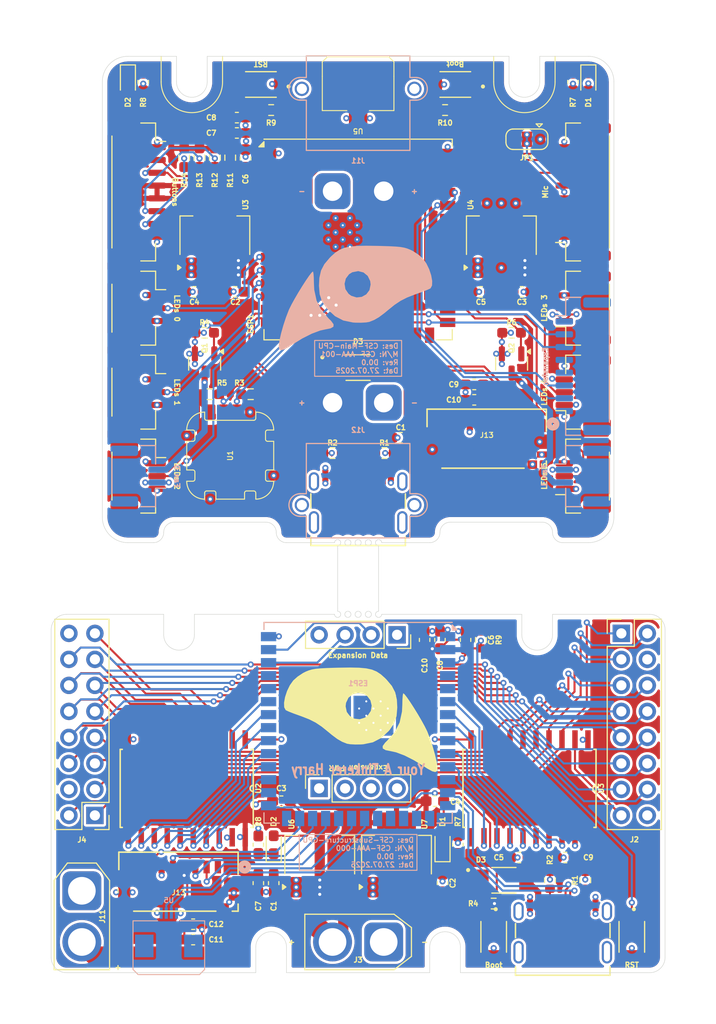
<source format=kicad_pcb>
(kicad_pcb (version 20241229) (generator "pcbnew") (generator_version "9.0")
  (layers (0 "F.Cu" signal) (4 "In1.Cu" signal) (6 "In2.Cu" signal) (2 "B.Cu" signal) (13 "F.Paste" user) (15 "B.Paste" user) (5 "F.SilkS" user "F.Silkscreen") (7 "B.SilkS" user "B.Silkscreen") (1 "F.Mask" user) (3 "B.Mask" user) (25 "Edge.Cuts" user))
  (net 0 "")
  (net 1 "Net-(ESP1-GPIO0{slash}BOOT)")
  (net 2 "GND")
  (net 3 "Net-(J1-VBUS_A)")
  (net 4 "+3V3")
  (net 5 "+5V")
  (net 6 "Net-(ESP1-EN)")
  (net 7 "Net-(D1-K)")
  (net 8 "Net-(D2-K)")
  (net 14 "Main USB +")
  (net 15 "Expansion TXD")
  (net 17 "Main USB -")
  (net 19 "Expansion RXD")
  (net 23 "Net-(J1-CC1)")
  (net 24 "Net-(J1-CC2)")
  (net 28 "SD SPI MISO")
  (net 29 "SD SPI CLK")
  (net 30 "SD SPI CS")
  (net 31 "SD SPI MOSI")
  (net 32 "Addr LED 0")
  (net 33 "Addr LED 1")
  (net 34 "Addr LED 2")
  (net 35 "Addr LED 3")
  (net 36 "Addr LED 4")
  (net 37 "Addr LED 5")
  (net 38 "I2S CLK")
  (net 39 "I2S WS")
  (net 40 "I2S Dout{slash}Analog")
  (net 41 "I2S L-R")
  (net 42 "Power UART TX")
  (net 43 "+RAWVS")
  (net 44 "Power UART RX")
  (net 45 "Fan 0")
  (net 46 "Fan 1")
  (net 47 "I2C SCL")
  (net 48 "I2C SDA")
  (net 49 "Button 3")
  (net 50 "Button 0")
  (net 51 "Button 2")
  (net 52 "Button 1")
  (net 53 "Net-(J9-Pin_2)")
  (net 54 "Net-(J10-Pin_2)")
  (net 57 "Net-(J14-Pin_4)")
  (net 61 "R1")
  (net 62 "B")
  (net 63 "G0")
  (net 64 "B1")
  (net 65 "CLK")
  (net 66 "A")
  (net 67 "B0")
  (net 68 "R0")
  (net 69 "C")
  (net 70 "LAT")
  (net 71 "E")
  (net 72 "D")
  (net 73 "G1")
  (net 76 "Disp GPIO 5")
  (net 77 "Disp GPIO 0")
  (net 78 "Disp GPIO 1")
  (net 79 "Disp GPIO 3")
  (net 80 "Disp GPIO 6")
  (net 81 "Disp GPIO 4")
  (net 82 "Disp GPIO 7")
  (net 83 "Disp GPIO 2")
  (net 84 "Disp GPIO 11")
  (net 85 "Disp GPIO 12")
  (net 86 "Disp GPIO 13")
  (net 87 "Disp GPIO 8")
  (net 88 "Disp GPIO 10")
  (net 89 "Disp GPIO 9")
  (net 90 "Disp GPIO 14")
  (net 91 "OE1")
  (net 92 "OE0")
  (net 96 "Expansion UART TX")
  (net 97 "Expansion UART RX")
  (footprint "Connector_PinHeader_2.54mm:PinHeader_2x08_P2.54mm_Vertical" (layer "F.Cu") (at 124.275 129.64 180)
    (property "Reference" "J4")
    (property "Value" "HUB75 Left" (hide yes))
  )
  (footprint "Connector_JST:JST_GH_SM08B-GHS-TB_1x08-1MP_P1.25mm_Horizontal" (layer "F.Cu") (at 172 68.75 90)
    (property "Reference" "J14" (hide yes))
    (property "Value" "Mic")
  )
  (footprint "Capacitor_SMD:C_0603_1608Metric_Pad1.08x0.95mm_HandSolder" (layer "F.Cu") (at 161.35 89.05 180)
    (property "Reference" "C10")
    (property "Value" "0.1uF" (hide yes))
  )
  (footprint "Connector_JST:JST_GH_SM03B-GHS-TB_1x03-1MP_P1.25mm_Horizontal" (layer "F.Cu") (at 172 80.1 90)
    (property "Reference" "J5" (hide yes))
    (property "Value" "LEDs 3")
  )
  (footprint "Capacitor_SMD:C_0603_1608Metric_Pad1.08x0.95mm_HandSolder" (layer "F.Cu") (at 129 58 -90)
    (property "Reference" "R8")
    (property "Value" "33ohm" (hide yes))
  )
  (footprint "Capacitor_SMD:C_0603_1608Metric_Pad1.08x0.95mm_HandSolder" (layer "F.Cu") (at 139 65.4875 -90)
    (property "Reference" "C6")
    (property "Value" "1uF" (hide yes))
  )
  (footprint "Resistor_SMD:R_0603_1608Metric" (layer "F.Cu") (at 172.2 135.975 90)
    (property "Reference" "R1")
    (property "Value" "5.1K" (hide yes))
  )
  (footprint "Capacitor_SMD:C_0603_1608Metric_Pad1.08x0.95mm_HandSolder" (layer "F.Cu") (at 133.877095 140.266)
    (property "Reference" "C12")
    (property "Value" "0.1uF" (hide yes))
  )
  (footprint "Diode_SMD:D_0603_1608Metric_Pad1.05x0.95mm_HandSolder" (layer "F.Cu") (at 127.5 58 -90)
    (property "Reference" "D2")
    (property "Value" "LED" (hide yes))
  )
  (footprint "Package_TO_SOT_SMD:SOT-223-3_TabPin2" (layer "F.Cu") (at 164 73 90)
    (property "Reference" "U4")
    (property "Value" "LD1117S50TR_SOT223" (hide yes))
  )
  (footprint "USBC:MOLEX_2171790001" (layer "F.Cu") (at 170 141.85)
    (property "Reference" "J1" (hide yes))
    (property "Value" "10171746-00021LF" (hide yes))
  )
  (footprint "Capacitor_SMD:C_0603_1608Metric_Pad1.08x0.95mm_HandSolder" (layer "F.Cu") (at 158.25 136.25 90)
    (property "Reference" "C2")
    (property "Value" "0.1uf" (hide yes))
  )
  (footprint "LOGO" (layer "F.Cu") (at 150.25 120.444835)
    (property "Reference" "G***" (hide yes))
    (property "Value" "LOGO" (hide yes))
  )
  (footprint "Resistor_SMD:R_0603_1608Metric_Pad0.98x0.95mm_HandSolder" (layer "F.Cu") (at 165 82.5 180)
    (property "Reference" "R6")
    (property "Value" "10K" (hide yes))
  )
  (footprint "Capacitor_SMD:C_0603_1608Metric_Pad1.08x0.95mm_HandSolder" (layer "F.Cu") (at 138.15 62.9875)
    (property "Reference" "C7")
    (property "Value" "22uF" (hide yes))
  )
  (footprint "Resistor_SMD:R_0603_1608Metric_Pad0.98x0.95mm_HandSolder" (layer "F.Cu") (at 137.5 65.4 -90)
    (property "Reference" "R11")
    (property "Value" "10K" (hide yes))
  )
  (footprint "USBC:MOLEX_2171790001" (layer "F.Cu") (at 150 99.875)
    (property "Reference" "J1" (hide yes))
    (property "Value" "10171746-00021LF" (hide yes))
  )
  (footprint "Package_TO_SOT_SMD:SOT-223-3_TabPin2" (layer "F.Cu") (at 146.25 133.5 90)
    (property "Reference" "U6")
    (property "Value" "LD1117S33TR_SOT223" (hide yes))
  )
  (footprint "Connector_JST:JST_GH_SM03B-GHS-TB_1x03-1MP_P1.25mm_Horizontal" (layer "F.Cu") (at 128.5 88.3 -90)
    (property "Reference" "J3" (hide yes))
    (property "Value" "LEDs 1")
  )
  (footprint "Connector_JST:JST_GH_SM03B-GHS-TB_1x03-1MP_P1.25mm_Horizontal" (layer "F.Cu") (at 128.5 96.5 -90)
    (property "Reference" "J4" (hide yes))
    (property "Value" "LEDs 2")
  )
  (footprint "Connector_JST:JST_GH_SM03B-GHS-TB_1x03-1MP_P1.25mm_Horizontal" (layer "F.Cu") (at 128.5 80.1 -90)
    (property "Reference" "J2" (hide yes))
    (property "Value" "LEDs 0")
  )
  (footprint "Package_TO_SOT_SMD:SOT-223-3_TabPin2" (layer "F.Cu") (at 153.75 133.5 90)
    (property "Reference" "U7")
    (property "Value" "LD1117S50TR_SOT223" (hide yes))
  )
  (footprint "Connector_AMASS:AMASS_XT30U-M_1x02_P5.0mm_Vertical" (layer "F.Cu") (at 123 137 -90)
    (property "Reference" "J11")
    (property "Value" "Substructure Power" (hide yes))
  )
  (footprint "Capacitor_SMD:C_0603_1608Metric" (layer "F.Cu") (at 165.75 133.75 180)
    (property "Reference" "C5")
    (property "Value" "10uF" (hide yes))
  )
  (footprint "Connector_PinHeader_2.54mm:PinHeader_2x08_P2.54mm_Vertical" (layer "F.Cu") (at 175.725 111.86)
    (property "Reference" "J2")
    (property "Value" "HUB75 Right" (hide yes))
  )
  (footprint "Resistor_SMD:R_0603_1608Metric_Pad0.98x0.95mm_HandSolder" (layer "F.Cu") (at 133 65.4 -90)
    (property "Reference" "R14")
    (property "Value" "10K" (hide yes))
  )
  (footprint "Resistor_SMD:R_0603_1608Metric" (layer "F.Cu") (at 147.5 94.25 180)
    (property "Reference" "R2")
    (property "Value" "5.1K" (hide yes))
  )
  (footprint "Connector_JST:JST_GH_SM03B-GHS-TB_1x03-1MP_P1.25mm_Horizontal" (layer "F.Cu") (at 172 88.3 90)
    (property "Reference" "J6" (hide yes))
    (property "Value" "LEDs 4")
  )
  (footprint "Resistor_SMD:R_0603_1608Metric_Pad0.98x0.95mm_HandSolder" (layer "F.Cu") (at 135 82.5 180)
    (property "Reference" "R4")
    (property "Value" "10K" (hide yes))
  )
  (footprint "Buttons:SW_B3U-1000P" (layer "F.Cu") (at 159.5 58.25 180)
    (property "Reference" "S1" (hide yes))
    (property "Value" "Boot")
  )
  (footprint "Capacitor_SMD:C_0603_1608Metric_Pad1.08x0.95mm_HandSolder" (layer "F.Cu") (at 171 58 -90)
    (property "Reference" "R7")
    (property "Value" "145ohm" (hide yes))
  )
  (footprint "Resistor_SMD:R_0603_1608Metric_Pad0.98x0.95mm_HandSolder" (layer "F.Cu") (at 134.5 65.4 -90)
    (property "Reference" "R13")
    (property "Value" "10K" (hide yes))
  )
  (footprint "Connector_JST:JST_GH_SM08B-GHS-TB_1x08-1MP_P1.25mm_Horizontal" (layer "F.Cu") (at 128.5 68.75 -90)
    (property "Reference" "J8" (hide yes))
    (property "Value" "Buttons")
  )
  (footprint "Resistor_SMD:R_0603_1608Metric" (layer "F.Cu") (at 141.5 60.75 180)
    (property "Reference" "R9")
    (property "Value" "10K" (hide yes))
  )
  (footprint "Package_TO_SOT_SMD:SOT-23" (layer "F.Cu") (at 135 85.5 -90)
    (property "Reference" "Q1")
    (property "Value" "DMG3402L" (hide yes))
  )
  (footprint "Capacitor_SMD:C_0603_1608Metric_Pad1.08x0.95mm_HandSolder" (layer "F.Cu") (at 161.35 87.55 180)
    (property "Reference" "C9")
    (property "Value" "22uF" (hide yes))
  )
  (footprint "Connector_PinSocket_2.54mm:PinSocket_1x04_P2.54mm_Vertical" (layer "F.Cu") (at 146.19 127 90)
    (property "Reference" "J6" (hide yes))
    (property "Value" "Expansion PWR")
  )
  (footprint "Capacitor_SMD:C_0603_1608Metric_Pad1.08x0.95mm_HandSolder" (layer "F.Cu") (at 134 78.5 180)
    (property "Reference" "C4")
    (property "Value" "10uf" (hide yes))
  )
  (footprint "Capacitor_SMD:C_0603_1608Metric_Pad1.08x0.95mm_HandSolder" (layer "F.Cu") (at 170.25 133.75 180)
    (property "Reference" "C9")
    (property "Value" "10uF" (hide yes))
  )
  (footprint "Package_TO_SOT_SMD:SOT-23" (layer "F.Cu") (at 165 85.5 -90)
    (property "Reference" "Q2")
    (property "Value" "DMG3402L" (hide yes))
  )
  (footprint "Capacitor_SMD:C_0603_1608Metric_Pad1.08x0.95mm_HandSolder" (layer "F.Cu") (at 141.75 136.25 -90)
    (property "Reference" "C1")
    (property "Value" "0.1uf" (hide yes))
  )
  (footprint "Resistor_SMD:R_0603_1608Metric_Pad0.98x0.95mm_HandSolder" (layer "F.Cu") (at 135.5 88.5)
    (property "Reference" "R5")
    (property "Value" "10K" (hide yes))
  )
  (footprint "Jumper:SolderJumper-3_P1.3mm_Open_RoundedPad1.0x1.5mm" (layer "F.Cu") (at 166.5 63.6 180)
    (property "Reference" "JP1")
    (property "Value" "SolderJumper_3_Open" (hide yes))
  )
  (footprint "Package_TO_SOT_SMD:SOT-223-3_TabPin2" (layer "F.Cu") (at 136 73 90)
    (property "Reference" "U3")
    (property "Value" "LD1117S33TR_SOT223" (hide yes))
  )
  (footprint "Connector_JST:JST_GH_SM03B-GHS-TB_1x03-1MP_P1.25mm_Horizontal" (layer "F.Cu") (at 172 96.5 90)
    (property "Reference" "J7" (hide yes))
    (property "Value" "LEDs 5")
  )
  (footprint "Micro SD:MicroSD_473092651" (layer "F.Cu") (at 162.572906 91.434)
    (property "Reference" "J13")
    (property "Value" "MicroSD" (hide yes))
  )
  (footprint "Connector_AMASS:AMASS_XT30U-M_1x02_P5.0mm_Vertical" (layer "F.Cu") (at 152.5 142 180)
    (property "Reference" "J3")
    (property "Value" "Display Power" (hide yes))
  )
  (footprint "Capacitor_SMD:C_0603_1608Metric_Pad1.08x0.95mm_HandSolder" (layer "F.Cu") (at 133.877095 141.766)
    (property "Reference" "C11")
    (property "Value" "22uF" (hide yes))
  )
  (footprint "Capacitor_SMD:C_0603_1608Metric_Pad1.08x0.95mm_HandSolder" (layer "F.Cu") (at 160.5 112.5 -90)
    (property "Reference" "C6")
    (property "Value" "1uF" (hide yes))
  )
  (footprint "Diode_SMD:D_0603_1608Metric_Pad1.05x0.95mm_HandSolder" (layer "F.Cu") (at 141.75 132.5 90)
    (property "Reference" "D2")
    (property "Value" "LED" (hide yes))
  )
  (footprint "74HC245:SOIC127P1032X265-20N" (layer "F.Cu") (at 133.25 127 -90)
    (property "Reference" "U2")
    (property "Value" "74HC245D_653" (hide yes))
  )
  (footprint "Capacitor_SMD:C_0603_1608Metric_Pad1.08x0.95mm_HandSolder" (layer "F.Cu") (at 138.15 61.4875)
    (property "Reference" "C8")
    (property "Value" "0.1uF" (hide yes))
  )
  (footprint "Capacitor_SMD:C_0603_1608Metric_Pad1.08x0.95mm_HandSolder" (layer "F.Cu") (at 159.75 132.5 90)
    (property "Reference" "R7")
    (property "Value" "147ohm" (hide yes))
  )
  (footprint "Capacitor_SMD:C_0603_1608Metric_Pad1.08x0.95mm_HandSolder" (layer "F.Cu") (at 140.25 136.25 -90)
    (property "Reference" "C7")
    (property "Value" "10uF" (hide yes))
  )
  (footprint "Capacitor_SMD:C_0603_1608Metric_Pad1.08x0.95mm_HandSolder" (layer "F.Cu") (at 158 112.5 90)
    (property "Reference" "C8")
    (property "Value" "22uF" (hide yes))
  )
  (footprint "Resistor_SMD:R_0603_1608Metric_Pad0.98x0.95mm_HandSolder" (layer "F.Cu") (at 136 65.4 -90)
    (property "Reference" "R12")
    (property "Value" "10K" (hide yes))
  )
  (footprint "Buttons:SW_B3U-1000P" (layer "F.Cu") (at 163.25 141.5 -90)
    (property "Reference" "S1" (hide yes))
    (property "Value" "Boot")
  )
  (footprint "PMEG Diode:DIO_PMEG3050EP_115" (layer "F.Cu") (at 164.25 135.975)
    (property "Reference" "D3")
    (property "Value" "PMEG3050EP_115" (hide yes))
  )
  (footprint "Resistor_SMD:R_0603_1608Metric_Pad0.98x0.95mm_HandSolder" (layer "F.Cu") (at 139.5 88.5 180)
    (property "Reference" "R3")
    (property "Value" "10K" (hide yes))
  )
  (footprint "Capacitor_SMD:C_0603_1608Metric_Pad1.08x0.95mm_HandSolder" (layer "F.Cu") (at 138 78.5 180)
    (property "Reference" "C2")
    (property "Value" "0.1uf" (hide yes))
  )
  (footprint "Capacitor_SMD:C_0603_1608Metric_Pad1.08x0.95mm_HandSolder" (layer "F.Cu") (at 156.5 112.5 90)
    (property "Reference" "C10")
    (property "Value" "0.1uF" (hide yes))
  )
  (footprint "Custom Modules:Sensored" (layer "F.Cu") (at 137.5 94.5 90)
    (property "Reference" "U1")
    (property "Value" "Sensored" (hide yes))
  )
  (footprint "Capacitor_SMD:C_0603_1608Metric_Pad1.08x0.95mm_HandSolder" (layer "F.Cu") (at 140.25 132.5 90)
    (property "Reference" "R8")
    (property "Value" "33ohm" (hide yes))
  )
  (footprint "Resistor_SMD:R_0603_1608Metric" (layer "F.Cu") (at 158.5 60.75)
    (property "Reference" "R10")
    (property "Value" "10K" (hide yes))
  )
  (footprint "RF_Module:ESP32-S3-WROOM-1U" (layer "F.Cu") (at 150 73.39)
    (property "Reference" "ESP1")
    (property "Value" "ESP32-S3-WROOM-1U" (hide yes))
  )
  (footprint "74HC245:SOIC127P1032X265-20N" (layer "F.Cu") (at 166.75 127 -90)
    (property "Reference" "U3")
    (property "Value" "74HC245D_653" (hide yes))
  )
  (footprint "Resistor_SMD:R_0603_1608Metric" (layer "F.Cu") (at 168.75 135.975 90)
    (property "Reference" "R2")
    (property "Value" "5.1K" (hide yes))
  )
  (footprint "Diode_SMD:D_0603_1608Metric_Pad1.05x0.95mm_HandSolder" (layer "F.Cu") (at 158.25 132.5 90)
    (property "Reference" "D1")
    (property "Value" "LED" (hide yes))
  )
  (footprint "Capacitor_SMD:C_0603_1608Metric_Pad1.08x0.95mm_HandSolder" (layer "F.Cu") (at 166 78.5)
    (property "Reference" "C3")
    (property "Value" "0.1uf" (hide yes))
  )
  (footprint "Capacitor_SMD:C_0603_1608Metric_Pad1.08x0.95mm_HandSolder" (layer "F.Cu") (at 142.5 128.25 180)
    (property "Reference" "C3")
    (property "Value" "10uf" (hide yes))
  )
  (footprint "Connector_PinSocket_2.54mm:PinSocket_1x04_P2.54mm_Vertical" (layer "F.Cu") (at 153.81 112 -90)
    (property "Reference" "J5" (hide yes))
    (property "Value" "Expansion Data")
  )
  (footprint "Diode_SMD:D_0603_1608Metric_Pad1.05x0.95mm_HandSolder" (layer "F.Cu") (at 172.5 58 -90)
    (property "Reference" "D1")
    (property "Value" "LED" (hide yes))
  )
  (footprint "Buttons:SW_B3U-1000P" (layer "F.Cu") (at 140.5 58.25 180)
    (property "Reference" "S2" (hide yes))
    (property "Value" "RST")
  )
  (footprint "Capacitor_SMD:C_0603_1608Metric_Pad1.08x0.95mm_HandSolder" (layer "F.Cu") (at 162 78.5 180)
    (property "Reference" "C5")
    (property "Value" "10uf" (hide yes))
  )
  (footprint "Resistor_SMD:R_0603_1608Metric" (layer "F.Cu") (at 163.25 138.25 180)
    (property "Reference" "R4")
    (property "Value" "10K" (hide yes))
  )
  (footprint "FCC:FFC-4-0.5" (layer "F.Cu") (at 150 60.9 180)
    (property "Reference" "U5")
    (property "Value" "Substructure" (hide yes))
  )
  (footprint "Resistor_SMD:R_0603_1608Metric" (layer "F.Cu") (at 152.575 94.25)
    (property "Reference" "R1")
    (property "Value" "5.1K" (hide yes))
  )
  (footprint "Capacitor_SMD:C_0603_1608Metric" (layer "F.Cu") (at 154.175 92.75 180)
    (property "Reference" "C1")
    (property "Value" "10uF" (hide yes))
  )
  (footprint "Micro SD:MicroSD_473092651" (layer "F.Cu") (at 132.45 134.7)
    (property "Reference" "J13")
    (property "Value" "MicroSD" (hide yes))
  )
  (footprint "PMEG Diode:DIO_PMEG3050EP_115" (layer "F.Cu") (at 150 85.9)
    (property "Reference" "D3")
    (property "Value" "PMEG3050EP_115" (hide yes))
  )
  (footprint "Resistor_SMD:R_0603_1608Metric" (layer "F.Cu") (at 162 112.5 -90)
    (property "Reference" "R9")
    (property "Value" "10K" (hide yes))
  )
  (footprint "Buttons:SW_B3U-1000P" (layer "F.Cu") (at 176.75 141.5 -90)
    (property "Reference" "S2" (hide yes))
    (property "Value" "RST")
  )
  (footprint "Capacitor_SMD:C_0603_1608Metric_Pad1.08x0.95mm_HandSolder" (layer "F.Cu") (at 157.5 128.25)
    (property "Reference" "C4")
    (property "Value" "10uf" (hide yes))
  )
  (footprint "Connector_JST:JST_GH_SM08B-GHS-TB_1x08-1MP_P1.25mm_Horizontal" (layer "B.Cu") (at 172 85.775 -90)
    (property "Reference" "J15" (hide yes))
    (property "Value" "Expansion")
  )
  (footprint "Connector_AMASS:AMASS_XT30PW-M_1x02_P2.50mm_Horizontal" (layer "B.Cu") (at 152.5 89.325)
    (property "Reference" "J12")
    (property "Value" "Head Power" (hide yes))
  )
  (footprint "FCC:FFC-4-0.5" (layer "B.Cu") (at 131.5 139.834 180)
    (property "Reference" "U5")
    (property "Value" "Substructure")
  )
  (footprint "Connector_JST:JST_GH_SM02B-GHS-TB_1x02-1MP_P1.25mm_Horizontal" (layer "B.Cu") (at 172 96.5 -90)
    (property "Reference" "J10" (hide yes))
    (property "Value" "Fan 1")
  )
  (footprint "Connector_AMASS:AMASS_XT30PW-M_1x02_P2.50mm_Horizontal" (layer "B.Cu") (at 147.5 68.675 180)
    (property "Reference" "J11")
    (property "Value" "Substructure Power" (hide yes))
  )
  (footprint "Connector_JST:JST_GH_SM02B-GHS-TB_1x02-1MP_P1.25mm_Horizontal" (layer "B.Cu") (at 128.5 96.5 90)
    (property "Reference" "J9" (hide yes))
    (property "Value" "Fan 0")
  )
  (footprint "LOGO" (layer "B.Cu") (at 149.75 79.25 180)
    (property "Reference" "G***" (hide yes))
    (property "Value" "LOGO" (hide yes))
  )
  (footprint "RF_Module:ESP32-S3-WROOM-1U" (layer "B.Cu") (at 150 120.59 180)
    (property "Reference" "ESP1")
    (property "Value" "ESP32-S3-WROOM-1U")
  )
  (gr_arc (start 136.75 58) (mid 133.75 61) (end 130.75 58) (stroke (width 0.1)) (layer "F.SilkS"))
  (gr_line (start 169.25 58) (end 169.25 55.5) (stroke (width 0.1)) (layer "F.SilkS"))
  (gr_line (start 130.75 58) (end 130.75 55.5) (stroke (width 0.1)) (layer "F.SilkS"))
  (gr_line (start 136.75 58) (end 136.75 55.5) (stroke (width 0.1)) (layer "F.SilkS"))
  (gr_line (start 163.25 58) (end 163.25 55.5) (stroke (width 0.1)) (layer "F.SilkS"))
  (gr_arc (start 169.25 58) (mid 166.25 61) (end 163.25 58) (stroke (width 0.1)) (layer "F.SilkS"))
  (gr_rect (start 144.25 131.5) (end 155.75 135) (stroke (width 0.1)) (fill no) (layer "B.SilkS"))
  (gr_rect (start 145.75 83.25) (end 154.25 86.75) (stroke (width 0.1)) (fill no) (layer "B.SilkS"))
  (gr_arc (start 167.75 58) (mid 166.25 59.5) (end 164.75 58) (stroke (width 0.05)) (layer "Edge.Cuts"))
  (gr_arc (start 178.5 110) (mid 179.56066 110.43934) (end 180 111.5) (stroke (width 0.05)) (layer "Edge.Cuts"))
  (gr_circle (center 150 103) (end 150 102.7) (stroke (width 0.05)) (fill no) (layer "Edge.Cuts"))
  (gr_circle (center 151 110) (end 151 110.3) (stroke (width 0.05)) (fill no) (layer "Edge.Cuts"))
  (gr_line (start 167.75 55.5) (end 172.5 55.5) (stroke (width 0.05)) (layer "Edge.Cuts"))
  (gr_line (start 140 145) (end 140 142.5) (stroke (width 0.05)) (layer "Edge.Cuts"))
  (gr_line (start 132.25 58) (end 132.25 55.5) (stroke (width 0.05)) (layer "Edge.Cuts"))
  (gr_arc (start 148 109.7) (mid 148.212132 110.212132) (end 147.7 110) (stroke (width 0.05)) (layer "Edge.Cuts"))
  (gr_circle (center 149 103) (end 149 102.7) (stroke (width 0.05)) (fill no) (layer "Edge.Cuts"))
  (gr_line (start 131 110) (end 121.5 110) (stroke (width 0.05)) (layer "Edge.Cuts"))
  (gr_arc (start 121.5 145) (mid 120.43934 144.56066) (end 120 143.5) (stroke (width 0.05)) (layer "Edge.Cuts"))
  (gr_circle (center 150 110) (end 150 110.3) (stroke (width 0.05)) (fill no) (layer "Edge.Cuts"))
  (gr_arc (start 141 101) (mid 141.707107 101.292893) (end 142 102) (stroke (width 0.05)) (layer "Edge.Cuts"))
  (gr_line (start 125 100.5) (end 125 58) (stroke (width 0.05)) (layer "Edge.Cuts"))
  (gr_line (start 152.3 103) (end 157 103) (stroke (width 0.05)) (layer "Edge.Cuts"))
  (gr_arc (start 135.25 58) (mid 133.75 59.5) (end 132.25 58) (stroke (width 0.05)) (layer "Edge.Cuts"))
  (gr_line (start 135.25 58) (end 135.25 55.5) (stroke (width 0.05)) (layer "Edge.Cuts"))
  (gr_arc (start 170 103) (mid 169.292893 102.707107) (end 169 102) (stroke (width 0.05)) (layer "Edge.Cuts"))
  (gr_line (start 143 145) (end 157 145) (stroke (width 0.05)) (layer "Edge.Cuts"))
  (gr_line (start 166 112) (end 166 110) (stroke (width 0.05)) (layer "Edge.Cuts"))
  (gr_line (start 143 145) (end 143 142.5) (stroke (width 0.05)) (layer "Edge.Cuts"))
  (gr_line (start 168 101) (end 159 101) (stroke (width 0.05)) (layer "Edge.Cuts"))
  (gr_line (start 121.5 145) (end 140 145) (stroke (width 0.05)) (layer "Edge.Cuts"))
  (gr_line (start 134 110) (end 147.7 110) (stroke (width 0.05)) (layer "Edge.Cuts"))
  (gr_line (start 143 103) (end 147.7 103) (stroke (width 0.05)) (layer "Edge.Cuts"))
  (gr_arc (start 168 101) (mid 168.707107 101.292893) (end 169 102) (stroke (width 0.05)) (layer "Edge.Cuts"))
  (gr_arc (start 172.5 55.5) (mid 174.267767 56.232233) (end 175 58) (stroke (width 0.05)) (layer "Edge.Cuts"))
  (gr_arc (start 125 58) (mid 125.732233 56.232233) (end 127.5 55.5) (stroke (width 0.05)) (layer "Edge.Cuts"))
  (gr_arc (start 158 102) (mid 157.707107 102.707107) (end 157 103) (stroke (width 0.05)) (layer "Edge.Cuts"))
  (gr_arc (start 180 143.5) (mid 179.56066 144.56066) (end 178.5 145) (stroke (width 0.05)) (layer "Edge.Cuts"))
  (gr_line (start 148 103.3) (end 148 109.7) (stroke (width 0.05)) (layer "Edge.Cuts"))
  (gr_line (start 134 112) (end 134 110) (stroke (width 0.05)) (layer "Edge.Cuts"))
  (gr_line (start 130 103) (end 127.5 103) (stroke (width 0.05)) (layer "Edge.Cuts"))
  (gr_arc (start 131 102) (mid 130.707107 102.707107) (end 130 103) (stroke (width 0.05)) (layer "Edge.Cuts"))
  (gr_arc (start 131 102) (mid 131.292892 101.292892) (end 132 101) (stroke (width 0.05)) (layer "Edge.Cuts"))
  (gr_line (start 152 103.3) (end 152 109.7) (stroke (width 0.05)) (layer "Edge.Cuts"))
  (gr_line (start 178.5 110) (end 169 110) (stroke (width 0.05)) (layer "Edge.Cuts"))
  (gr_arc (start 158 102) (mid 158.292892 101.292892) (end 159 101) (stroke (width 0.05)) (layer "Edge.Cuts"))
  (gr_line (start 180 143.5) (end 180 111.5) (stroke (width 0.05)) (layer "Edge.Cuts"))
  (gr_arc (start 169 112) (mid 167.5 113.5) (end 166 112) (stroke (width 0.05)) (layer "Edge.Cuts"))
  (gr_line (start 170 103) (end 172.5 103) (stroke (width 0.05)) (layer "Edge.Cuts"))
  (gr_arc (start 157 142.5) (mid 158.5 141) (end 160 142.5) (stroke (width 0.05)) (layer "Edge.Cuts"))
  (gr_arc (start 143 103) (mid 142.292893 102.707107) (end 142 102) (stroke (width 0.05)) (layer "Edge.Cuts"))
  (gr_arc (start 127.5 103) (mid 125.732233 102.267767) (end 125 100.5) (stroke (width 0.05)) (layer "Edge.Cuts"))
  (gr_line (start 169 112) (end 169 110) (stroke (width 0.05)) (layer "Edge.Cuts"))
  (gr_arc (start 152 103.3) (mid 151.787868 102.787868) (end 152.3 103) (stroke (width 0.05)) (layer "Edge.Cuts"))
  (gr_arc (start 140 142.5) (mid 141.5 141) (end 143 142.5) (stroke (width 0.05)) (layer "Edge.Cuts"))
  (gr_line (start 141 101) (end 132 101) (stroke (width 0.05)) (layer "Edge.Cuts"))
  (gr_line (start 131 112) (end 131 110) (stroke (width 0.05)) (layer "Edge.Cuts"))
  (gr_line (start 167.75 58) (end 167.75 55.5) (stroke (width 0.05)) (layer "Edge.Cuts"))
  (gr_circle (center 149 110) (end 149 110.3) (stroke (width 0.05)) (fill no) (layer "Edge.Cuts"))
  (gr_arc (start 152.3 110) (mid 151.787868 110.212132) (end 152 109.7) (stroke (width 0.05)) (layer "Edge.Cuts"))
  (gr_line (start 175 58) (end 175 100.5) (stroke (width 0.05)) (layer "Edge.Cuts"))
  (gr_arc (start 120 111.5) (mid 120.43934 110.43934) (end 121.5 110) (stroke (width 0.05)) (layer "Edge.Cuts"))
  (gr_line (start 157 145) (end 157 142.5) (stroke (width 0.05)) (layer "Edge.Cuts"))
  (gr_line (start 120 111.5) (end 120 143.5) (stroke (width 0.05)) (layer "Edge.Cuts"))
  (gr_arc (start 175 100.5) (mid 174.267767 102.267767) (end 172.5 103) (stroke (width 0.05)) (layer "Edge.Cuts"))
  (gr_arc (start 134 112) (mid 132.5 113.5) (end 131 112) (stroke (width 0.05)) (layer "Edge.Cuts"))
  (gr_arc (start 147.7 103) (mid 148.212132 102.787868) (end 148 103.3) (stroke (width 0.05)) (layer "Edge.Cuts"))
  (gr_line (start 164.75 58) (end 164.75 55.5) (stroke (width 0.05)) (layer "Edge.Cuts"))
  (gr_line (start 135.25 55.5) (end 164.75 55.5) (stroke (width 0.05)) (layer "Edge.Cuts"))
  (gr_line (start 132.25 55.5) (end 127.5 55.5) (stroke (width 0.05)) (layer "Edge.Cuts"))
  (gr_line (start 160 145) (end 160 142.5) (stroke (width 0.05)) (layer "Edge.Cuts"))
  (gr_line (start 152.3 110) (end 166 110) (stroke (width 0.05)) (layer "Edge.Cuts"))
  (gr_line (start 160 145) (end 178.5 145) (stroke (width 0.05)) (layer "Edge.Cuts"))
  (gr_circle (center 151 103) (end 151 102.7) (stroke (width 0.05)) (fill no) (layer "Edge.Cuts"))
  (gr_text "Des: CSF-Main-CPU\nM/N: CSF-AAA-001\nRev: D0.0\nDat: 27.07.2025" (at 154 85 0) (layer "B.SilkS") (effects (font (size 0.5 0.5) (thickness 0.1)) (justify left mirror)))
  (gr_text "Des: CSF-Substructure-GPU\nM/N: CSF-AAA-000\nRev: D0.0\nDat: 27.07.2025" (at 155.5 133.25 0) (layer "B.SilkS") (effects (font (size 0.5 0.5) (thickness 0.1)) (justify left mirror)))
  (gr_text "Your A Tinkerer Harry" (at 150 125.75 0) (layer "B.SilkS") (effects (font (size 1 0.8) (thickness 0.2) (bold yes)) (justify bottom mirror)))
  (segment (start 159.974 127.474) (end 157.5 127.474) (width 0.2) (layer "F.Cu") (net 1))
  (segment (start 156.55 63.45) (end 159.25 60.75) (width 0.2) (layer "F.Cu") (net 1))
  (segment (start 162.425 138.25) (end 162.425 138.975) (width 0.2) (layer "F.Cu") (net 1))
  (segment (start 158.379 81.49) (end 157.501 80.612) (width 0.2) (layer "F.Cu") (net 1))
  (segment (start 159.325 60.75) (end 159.6 60.75) (width 0.2) (layer "F.Cu") (net 1))
  (segment (start 159.25 60.75) (end 159.325 60.75) (width 0.2) (layer "F.Cu") (net 1))
  (segment (start 162.5 138.325) (end 162.425 138.25) (width 0.2) (layer "F.Cu") (net 1))
  (segment (start 161.2 58.85) (end 161.35 59) (width 0.2) (layer "F.Cu") (net 1))
  (segment (start 157.501 80.151) (end 156.55 79.2) (width 0.2) (layer "F.Cu") (net 1))
  (segment (start 156.55 79.2) (end 156.55 63.45) (width 0.2) (layer "F.Cu") (net 1))
  (segment (start 159.6 60.75) (end 161.2 59.15) (width 0.2) (layer "F.Cu") (net 1))
  (segment (start 162.425 138.25) (end 163.55 137.125) (width 0.2) (layer "F.Cu") (net 1))
  (segment (start 163.55 133.497943) (end 162.901 132.848943) (width 0.2) (layer "F.Cu") (net 1))
  (segment (start 162.901 130.401) (end 159.974 127.474) (width 0.2) (layer "F.Cu") (net 1))
  (segment (start 161.2 59.15) (end 161.2 58.25) (width 0.2) (layer "F.Cu") (net 1))
  (segment (start 163.55 137.125) (end 163.55 133.497943) (width 0.2) (layer "F.Cu") (net 1))
  (segment (start 157.501 80.612) (end 157.501 80.151) (width 0.2) (layer "F.Cu") (net 1))
  (segment (start 162.425 138.975) (end 163.25 139.8) (width 0.2) (layer "F.Cu") (net 1))
  (segment (start 161.2 57.65) (end 161.2 58.85) (width 0.2) (layer "F.Cu") (net 1))
  (segment (start 162.901 132.848943) (end 162.901 130.401) (width 0.2) (layer "F.Cu") (net 1))
  (segment (start 158.75 81.49) (end 158.379 81.49) (width 0.2) (layer "F.Cu") (net 1))
  (via (at 157.5 127.474) (size 0.6) (drill 0.3) (layers "F.Cu" "B.Cu") (net 1))
  (segment (start 156.195607 127.474) (end 154.819607 128.85) (width 0.2) (layer "B.Cu") (net 1))
  (segment (start 141.41 128.85) (end 141.25 128.69) (width 0.2) (layer "B.Cu") (net 1))
  (segment (start 157.5 127.474) (end 156.195607 127.474) (width 0.2) (layer "B.Cu") (net 1))
  (segment (start 154.819607 128.85) (end 141.41 128.85) (width 0.2) (layer "B.Cu") (net 1))
  (segment (start 138.85 62.2375) (end 139 62.3875) (width 0.2) (layer "F.Cu") (net 2))
  (segment (start 173.2 138.425) (end 173.2 139.25) (width 0.2) (layer "F.Cu") (net 2))
  (segment (start 169.3875 133.75) (end 170.074313 133.75) (width 0.2) (layer "F.Cu") (net 2))
  (segment (start 133.5125 84.5625) (end 133.5 84.55) (width 0.2) (layer "F.Cu") (net 2))
  (segment (start 134.05 84.5625) (end 134.05 83.4) (width 0.2) (layer "F.Cu") (net 2))
  (segment (start 164.0875 82.5) (end 164.924313 82.5) (width 0.2) (layer "F.Cu") (net 2))
  (segment (start 164.05 84.5625) (end 164.05 85.55) (width 0.2) (layer "F.Cu") (net 2))
  (segment (start 129 58.175687) (end 128.999313 58.175) (width 0.2) (layer "F.Cu") (net 2))
  (segment (start 170.15 95.25) (end 170.15 95.075) (width 0.2) (layer "F.Cu") (net 2))
  (segment (start 161.1375 78.5) (end 161.824313 78.5) (width 0.2) (layer "F.Cu") (net 2))
  (segment (start 137.1375 78.5) (end 137.800343 78.5) (width 0.2) (layer "F.Cu") (net 2))
  (segment (start 176.75 143.2) (end 176.75 142.6) (width 0.2) (layer "F.Cu") (net 2))
  (segment (start 134.0875 82.5) (end 134.0875 83.3625) (width 0.2) (layer "F.Cu") (net 2))
  (segment (start 164.05 84.5625) (end 164.5875 84.5625) (width 0.2) (layer "F.Cu") (net 2))
  (segment (start 139 63.8375) (end 139.05 63.7875) (width 0.2) (layer "F.Cu") (net 2))
  (segment (start 149.25 61.55) (end 148.85 61.55) (width 0.2) (layer "F.Cu") (net 2))
  (segment (start 160.916618 92.183382) (end 160.9 92.2) (width 0.2) (layer "F.Cu") (net 2))
  (segment (start 137.6221 136.971401) (end 137.850699 137.2) (width 0.2) (layer "F.Cu") (net 2))
  (segment (start 158.3625 128.25) (end 158.3625 130.25) (width 0.2) (layer "F.Cu") (net 2))
  (segment (start 158.4 58.25) (end 157.8 58.85) (width 0.2) (layer "F.Cu") (net 2))
  (segment (start 134.739595 140.266) (end 134.739595 141.766) (width 0.2) (layer "F.Cu") (net 2))
  (segment (start 138.8625 64.4875) (end 139 64.625) (width 0.2) (layer "F.Cu") (net 2))
  (segment (start 142.4752 122.2248) (end 142.5 122.2) (width 0.2) (layer "F.Cu") (net 2))
  (segment (start 161.035 122.2248) (end 157.524798 122.2248) (width 0.2) (layer "F.Cu") (net 2))
  (segment (start 164.5875 84.5625) (end 164.6 84.55) (width 0.2) (layer "F.Cu") (net 2))
  (segment (start 140.318529 128.25) (end 140 128.568529) (width 0.2) (layer "F.Cu") (net 2))
  (segment (start 126.356307 137.156307) (end 126.35 137.15) (width 0.2) (layer "F.Cu") (net 2))
  (segment (start 146.675 94.25) (end 147.415338 94.25) (width 0.2) (layer "F.Cu") (net 2))
  (segment (start 151.45 136.65) (end 151.45 137.35) (width 0.2) (layer "F.Cu") (net 2))
  (segment (start 161.824313 78.5) (end 161.825 78.499313) (width 0.2) (layer "F.Cu") (net 2))
  (segment (start 160.916618 91.41) (end 160.916618 92.183382) (width 0.2) (layer "F.Cu") (net 2))
  (segment (start 136.8982 138.611304) (end 137.404752 138.104752) (width 0.2) (layer "F.Cu") (net 2))
  (segment (start 153.4 94.25) (end 152.65 94.25) (width 0.2) (layer "F.Cu") (net 2))
  (segment (start 164.05 84.5625) (end 163.5125 84.5625) (width 0.2) (layer "F.Cu") (net 2))
  (segment (start 134.0875 83.3625) (end 134.05 83.4) (width 0.2) (layer "F.Cu") (net 2))
  (segment (start 138.965 122.2248) (end 142.4752 122.2248) (width 0.2) (layer "F.Cu") (net 2))
  (segment (start 130.35 73.125) (end 130.35 73.625) (width 0.2) (layer "F.Cu") (net 2))
  (segment (start 158.25 135.3875) (end 158.25 136.074313) (width 0.2) (layer "F.Cu") (net 2))
  (segment (start 139 62.85) (end 138.8625 62.9875) (width 0.2) (layer "F.Cu") (net 2))
  (segment (start 166.8 138.425) (end 166.8 139.25) (width 0.2) (layer "F.Cu") (net 2))
  (segment (start 156.5 111.6375) (end 157.25 111.6375) (width 0.2) (layer "F.Cu") (net 2))
  (segment (start 164.05 84.5625) (end 164.05 83.4) (width 0.2) (layer "F.Cu") (net 2))
  (segment (start 157.524798 122.2248) (end 157.499998 122.2) (width 0.2) (layer "F.Cu") (net 2))
  (segment (start 134.05 84.5625) (end 133.5125 84.5625) (width 0.2) (layer "F.Cu") (net 2))
  (segment (start 130.793712 135.493712) (end 130.8 135.5) (width 0.2) (layer "F.Cu") (net 2))
  (segment (start 133.1375 78.5) (end 133.825 78.5) (width 0.2) (layer "F.Cu") (net 2))
  (segment (start 160.4875 87.55) (end 160.4875 88.2875) (width 0.2) (layer "F.Cu") (net 2))
  (segment (start 134.05 84.5625) (end 134.05 85.55) (width 0.2) (layer "F.Cu") (net 2))
  (segment (start 142.3 57.5) (end 141.6 58.2) (width 0.2) (layer "F.Cu") (net 2))
  (segment (start 166.8625 78.5) (end 166.175 78.5) (width 0.2) (layer "F.Cu") (net 2))
  (segment (start 170.15 73.125) (end 170.15 73.65) (width 0.2) (layer "F.Cu") (net 2))
  (segment (start 164.05 82.5375) (end 164.0875 82.5) (width 0.2) (layer "F.Cu") (net 2))
  (segment (start 166.8 138.425) (end 166.8 137.6) (width 0.2) (layer "F.Cu") (net 2))
  (segment (start 170.15 87.05) (end 169.028243 87.05) (width 0.2) (layer "F.Cu") (net 2))
  (segment (start 157.259693 93.890307) (end 157.25 93.9) (width 0.2) (layer "F.Cu") (net 2))
  (segment (start 163.25 143.2) (end 163.25 142.6) (width 0.2) (layer "F.Cu") (net 2))
  (segment (start 169.028243 87.05) (end 168.965069 86.986826) (width 0.2) (layer "F.Cu") (net 2))
  (segment (start 134.924313 82.5) (end 134.925 82.499313) (width 0.2) (layer "F.Cu") (net 2))
  (segment (start 171 58.8625) (end 171 58.175) (width 0.2) (layer "F.Cu") (net 2))
  (segment (start 142.35 58.95) (end 141.6 58.2) (width 0.2) (layer "F.Cu") (net 2))
  (segment (start 137.6702 131.8) (end 137.695 131.7752) (width 0.2) (layer "F.Cu") (net 2))
  (segment (start 159.8125 111.6375) (end 159.8 111.65) (width 0.2) (layer "F.Cu") (net 2))
  (segment (start 140.25 137.1125) (end 141 137.1125) (width 0.2) (layer "F.Cu") (net 2))
  (segment (start 130.793712 134.676) (end 130.793712 135.493712) (width 0.2) (layer "F.Cu") (net 2))
  (segment (start 167.973605 94.392806) (end 167.957194 94.392806) (width 0.2) (layer "F.Cu") (net 2))
  (segment (start 127.138288 137.156307) (end 126.356307 137.156307) (width 0.2) (layer "F.Cu") (net 2))
  (segment (start 146.8 96.45) (end 146.8 97.206224) (width 0.2) (layer "F.Cu") (net 2))
  (segment (start 168.75 135.15) (end 168.75 135.9) (width 0.2) (layer "F.Cu") (net 2))
  (segment (start 167.957194 94.392806) (end 167.95 94.4) (width 0.2) (layer "F.Cu") (net 2))
  (segment (start 170.15 64.375) (end 170.15 63.85) (width 0.2) (layer "F.Cu") (net 2))
  (segment (start 151.45 136.65) (end 151.45 135.95) (width 0.2) (layer "F.Cu") (net 2))
  (segment (start 141 137.1125) (end 141.75 137.1125) (width 0.2) (layer "F.Cu") (net 2))
  (segment (start 159.75 131.6375) (end 159.75 132.325) (width 0.2) (layer "F.Cu") (net 2))
  (segment (start 153.2 96.45) (end 153.2 97.15) (width 0.2) (layer "F.Cu") (net 2))
  (segment (start 172.465 122.2248) (end 171.986902 122.2248) (width 0.2) (layer "F.Cu") (net 2))
  (segment (start 160.4875 88.3125) (end 160.5 88.3) (width 0.2) (layer "F.Cu") (net 2))
  (segment (start 127.138288 137.156307) (end 127.943693 137.156307) (width 0.2) (layer "F.Cu") (net 2))
  (segment (start 143.95 136.65) (end 143.95 137.35) (width 0.2) (layer "F.Cu") (net 2))
  (segment (start 157.75 57.5) (end 157.65 57.5) (width 0.2) (layer "F.Cu") (net 2))
  (segment (start 137.191702 131.8) (end 137.6702 131.8) (width 0.2) (layer "F.Cu") (net 2))
  (segment (start 157.25 111.6375) (end 158 111.6375) (width 0.2) (layer "F.Cu") (net 2))
  (segment (start 172.2 135.15) (end 172.2 135.9) (width 0.2) (layer "F.Cu") (net 2))
  (segment (start 139 62.3875) (end 139 62.85) (width 0.2) (layer "F.Cu") (net 2))
  (segment (start 158.25 136.074313) (end 158.250687 136.075) (width 0.2) (layer "F.Cu") (net 2))
  (segment (start 157.8 57.55) (end 157.75 57.5) (width 0.2) (layer "F.Cu") (net 2))
  (segment (start 167.021106 95.3807) (end 167.021106 95.378894) (width 0.2) (layer "F.Cu") (net 2))
  (segment (start 137.6221 136.404005) (end 137.6221 136.971401) (width 0.2) (layer "F.Cu") (net 2))
  (segment (start 142.35 59) (end 142.35 58.95) (width 0.2) (layer "F.Cu") (net 2))
  (segment (start 139 62.0875) (end 138.85 62.2375) (width 0.2) (layer "F.Cu") (net 2))
  (segment (start 164.975 133.75) (end 165.575 133.75) (width 0.2) (layer "F.Cu") (net 2))
  (segment (start 167.745006 93.145006) (end 167.75 93.15) (width 0.2) (layer "F.Cu") (net 2))
  (segment (start 139 64.625) (end 139 65.3125) (width 0.2) (layer "F.Cu") (net 2))
  (segment (start 139.0125 63.75) (end 139.05 63.7875) (width 0.2) (layer "F.Cu") (net 2))
  (segment (start 141.6375 128.25) (end 140.318529 128.25) (width 0.2) (layer "F.Cu") (net 2))
  (segment (start 147.415338 94.5) (end 147.425 94.490338) (width 0.2) (layer "F.Cu") (net 2))
  (segment (start 158.3625 130.25) (end 159.75 131.6375) (width 0.2) (layer "F.Cu") (net 2))
  (segment (start 140.25 130.9) (end 140.25 131.6375) (width 0.2) (layer "F.Cu") (net 2))
  (segment (start 164.924313 82.5) (end 164.925 82.499313) (width 0.2) (layer "F.Cu") (net 2))
  (segment (start 164.05 83.4) (end 164.05 82.5375) (width 0.2) (layer "F.Cu") (net 2))
  (segment (start 139.0125 62.9875) (end 139.0125 63.75) (width 0.2) (layer "F.Cu") (net 2))
  (segment (start 161.7 76.15) (end 161.7 76.85) (width 0.2) (layer "F.Cu") (net 2))
  (segment (start 171.986902 122.2248) (end 171.961702 122.25) (width 0.2) (layer "F.Cu") (net 2))
  (segment (start 128.013498 122.2248) (end 128.038298 122.2) (width 0.2) (layer "F.Cu") (net 2))
  (segment (start 167.745006 93.138005) (end 167.745006 93.145006) (width 0.2) (layer "F.Cu") (net 2))
  (segment (start 146.8 96.45) (end 146.8 95.7) (width 0.2) (layer "F.Cu") (net 2))
  (segment (start 171.195 132.595) (end 171.2 132.6) (width 0.2) (layer "F.Cu") (net 2))
  (segment (start 157.8 58.95) (end 157.75 59) (width 0.2) (layer "F.Cu") (net 2))
  (segment (start 134.5875 84.5625) (end 134.6 84.55) (width 0.2) (layer "F.Cu") (net 2))
  (segment (start 158.75 64.35) (end 158.75 64.98) (width 0.2) (layer "F.Cu") (net 2))
  (segment (start 127.943693 137.156307) (end 127.95 137.15) (width 0.2) (layer "F.Cu") (net 2))
  (segment (start 157.261194 93.890307) (end 157.259693 93.890307) (width 0.2) (layer "F.Cu") (net 2))
  (segment (start 158.4 58.25) (end 157.8 57.65) (width 0.2) (layer "F.Cu") (net 2))
  (segment (start 173.2 138.425) (end 173.2 137.6) (width 0.2) (layer "F.Cu") (net 2))
  (segment (start 160.4875 89.05) (end 160.4875 88.3125) (width 0.2) (layer "F.Cu") (net 2))
  (segment (start 157.8 58.85) (end 157.8 58.95) (width 0.2) (layer "F.Cu") (net 2))
  (segment (start 136.8982 138.6467) (end 136.8982 138.611304) (width 0.2) (layer "F.Cu") (net 2))
  (segment (start 153.4 92.75) (end 153.85 92.75) (width 0.2) (layer "F.Cu") (net 2))
  (segment (start 150.75 61.55) (end 151.15 61.55) (width 0.2) (layer "F.Cu") (net 2))
  (segment (start 163.5125 84.5625) (end 163.5 84.55) (width 0.2) (layer "F.Cu") (net 2))
  (segment (start 133.7 76.15) (end 133.7 76.85) (width 0.2) (layer "F.Cu") (net 2))
  (segment (start 130.35 64.375) (end 130.35 63.875) (width 0.2) (layer "F.Cu") (net 2))
  (segment (start 157.75 59) (end 157.65 59) (width 0.2) (layer "F.Cu") (net 2))
  (segment (start 138.8625 61.4875) (end 139 61.625) (width 0.2) (layer "F.Cu") (net 2))
  (segment (start 139 61.625) (end 139 62.0875) (width 0.2) (layer "F.Cu") (net 2))
  (segment (start 160.5 111.6375) (end 159.8125 111.6375) (width 0.2) (layer "F.Cu") (net 2))
  (segment (start 142.23 64.98) (end 141.25 64.98) (width 0.2) (layer "F.Cu") (net 2))
  (segment (start 170.074313 133.75) (end 170.075 133.749313) (width 0.2) (layer "F.Cu") (net 2))
  (segment (start 129 58.8625) (end 129 58.175687) (width 0.2) (layer "F.Cu") (net 2))
  (segment (start 142.35 57.5) (end 142.3 57.5) (width 0.2) (layer "F.Cu") (net 2))
  (segment (start 139 64.625) (end 139 63.8375) (width 0.2) (layer "F.Cu") (net 2))
  (segment (start 130.35 97.75) (end 130.35 97.925) (width 0.2) (layer "F.Cu") (net 2))
  (segment (start 127.535 122.2248) (end 128.013498 122.2248) (width 0.2) (layer "F.Cu") (net 2))
  (segment (start 137.404752 138.104752) (end 137.850699 137.658806) (width 0.2) (layer "F.Cu") (net 2))
  (segment (start 157.8 57.65) (end 157.8 57.55) (width 0.2) (layer "F.Cu") (net 2))
  (segment (start 137.850699 137.658806) (end 137.850699 137.2) (width 0.2) (layer "F.Cu") (net 2))
  (segment (start 167.021106 95.378894) (end 167.05 95.35) (width 0.2) (layer "F.Cu") (net 2))
  (segment (start 160.4875 88.2875) (end 160.5 88.3) (width 0.2) (layer "F.Cu") (net 2))
  (segment (start 134.739595 140.266) (end 134.739595 140.783998) (width 0.2) (layer "F.Cu") (net 2))
  (segment (start 134.0875 82.5) (end 134.924313 82.5) (width 0.2) (layer "F.Cu") (net 2))
  (segment (start 134.05 84.5625) (end 134.5875 84.5625) (width 0.2) (layer "F.Cu") (net 2))
  (segment (start 137.800343 78.5) (end 137.825 78.475343) (width 0.2) (layer "F.Cu") (net 2))
  (segment (start 171.195 131.7752) (end 171.195 132.595) (width 0.2) (layer "F.Cu") (net 2))
  (via (at 127.95 137.15) (size 0.6) (drill 0.3) (layers "F.Cu" "B.Cu") (net 2))
  (via (at 133.7 76.15) (size 0.6) (drill 0.3) (layers "F.Cu" "B.Cu") (net 2))
  (via (at 130.35 63.875) (size 0.6) (drill 0.3) (layers "F.Cu" "B.Cu") (net 2))
  (via (at 132.65 139.2) (size 0.6) (drill 0.3) (layers "F.Cu" "B.Cu") (net 2))
  (via (at 128.999313 58.175) (size 0.6) (drill 0.3) (layers "F.Cu" "B.Cu") (net 2))
  (via (at 171.2 132.6) (size 0.6) (drill 0.3) (layers "F.Cu" "B.Cu") (net 2))
  (via (at 133.5 84.55) (size 0.6) (drill 0.3) (layers "F.Cu" "B.Cu") (net 2))
  (via (at 164.05 85.55) (size 0.6) (drill 0.3) (layers "F.Cu" "B.Cu") (net 2))
  (via (at 170.15 78.85) (size 0.6) (drill 0.3) (layers "F.Cu" "B.Cu") (net 2))
  (via (at 130.35 97.925) (size 0.6) (drill 0.3) (layers "F.Cu" "B.Cu") (net 2))
  (via (at 172.2 135.9) (size 0.6) (drill 0.3) (layers "F.Cu" "B.Cu") (net 2))
  (via (at 141 137.1125) (size 0.6) (drill 0.3) (layers "F.Cu" "B.Cu") (net 2))
  (via (at 158.4 58.25) (size 0.6) (drill 0.3) (layers "F.Cu" "B.Cu") (net 2))
  (via (at 146.8 97.206224) (size 0.6) (drill 0.3) (layers "F.Cu" "B.Cu") (net 2))
  (via (at 161.7 76.15) (size 0.6) (drill 0.3) (layers "F.Cu" "B.Cu") (net 2))
  (via (at 173.2 139.25) (size 0.6) (drill 0.3) (layers "F.Cu" "B.Cu") (net 2))
  (via (at 143.95 137.35) (size 0.6) (drill 0.3) (layers "F.Cu" "B.Cu") (net 2))
  (via (at 157.25 93.9) (size 0.6) (drill 0.3) (layers "F.Cu" "B.Cu") (net 2))
  (via (at 159.8 111.65) (size 0.6) (drill 0.3) (layers "F.Cu" "B.Cu") (net 2))
  (via (at 167.75 93.15) (size 0.6) (drill 0.3) (layers "F.Cu" "B.Cu") (net 2))
  (via (at 168.965069 86.986826) (size 0.6) (drill 0.3) (layers "F.Cu" "B.Cu") (net 2))
  (via (at 148.85 61.55) (size 0.6) (drill 0.3) (layers "F.Cu" "B.Cu") (net 2))
  (via (at 137.825 78.475343) (size 0.6) (drill 0.3) (layers "F.Cu" "B.Cu") (net 2))
  (via (at 137.404752 138.104752) (size 0.6) (drill 0.3) (layers "F.Cu" "B.Cu") (net 2))
  (via (at 173.2 137.6) (size 0.6) (drill 0.3) (layers "F.Cu" "B.Cu") (net 2))
  (via (at 141.6 58.2) (size 0.6) (drill 0.3) (layers "F.Cu" "B.Cu") (net 2))
  (via (at 166.175 78.5) (size 0.6) (drill 0.3) (layers "F.Cu" "B.Cu") (net 2))
  (via (at 139.45 90.25) (size 0.6) (drill 0.3) (layers "F.Cu" "B.Cu") (net 2))
  (via (at 163.5 84.55) (size 0.6) (drill 0.3) (layers "F.Cu" "B.Cu") (net 2))
  (via (at 134.925 82.499313) (size 0.6) (drill 0.3) (layers "F.Cu" "B.Cu") (net 2))
  (via (at 130.35 73.625) (size 0.6) (drill 0.3) (layers "F.Cu" "B.Cu") (net 2))
  (via (at 158.250687 136.075) (size 0.6) (drill 0.3) (layers "F.Cu" "B.Cu") (net 2))
  (via (at 160.9 92.2) (size 0.6) (drill 0.3) (layers "F.Cu" "B.Cu") (net 2))
  (via (at 151.45 135.95) (size 0.6) (drill 0.3) (layers "F.Cu" "B.Cu") (net 2))
  (via (at 169.002125 80.725) (size 0.6) (drill 0.3) (layers "F.Cu" "B.Cu") (net 2))
  (via (at 139 62.2375) (size 0.6) (drill 0.3) (layers "F.Cu" "B.Cu") (net 2))
  (via (at 153.85 92.75) (size 0.6) (drill 0.3) (layers "F.Cu" "B.Cu") (net 2))
  (via (at 134.05 85.55) (size 0.6) (drill 0.3) (layers "F.Cu" "B.Cu") (net 2))
  (via (at 134.05 83.4) (size 0.6) (drill 0.3) (layers "F.Cu" "B.Cu") (net 2))
  (via (at 161.825 78.499313) (size 0.6) (drill 0.3) (layers "F.Cu" "B.Cu") (net 2))
  (via (at 176.75 142.6) (size 0.6) (drill 0.3) (layers "F.Cu" "B.Cu") (net 2))
  (via (at 164.925 82.499313) (size 0.6) (drill 0.3) (layers "F.Cu" "B.Cu") (net 2))
  (via (at 164.05 83.4) (size 0.6) (drill 0.3) (layers "F.Cu" "B.Cu") (net 2))
  (via (at 164.6 84.55) (size 0.6) (drill 0.3) (layers "F.Cu" "B.Cu") (net 2))
  (via (at 139 65.3125) (size 0.6) (drill 0.3) (layers "F.Cu" "B.Cu") (net 2))
  (via (at 137.191702 131.8) (size 0.6) (drill 0.3) (layers "F.Cu" "B.Cu") (net 2))
  (via (at 167.95 94.4) (size 0.6) (drill 0.3) (layers "F.Cu" "B.Cu") (net 2))
  (via (at 168.75 135.9) (size 0.6) (drill 0.3) (layers "F.Cu" "B.Cu") (net 2))
  (via (at 170.15 95.075) (size 0.6) (drill 0.3) (layers "F.Cu" "B.Cu") (net 2))
  (via (at 157.25 111.6375) (size 0.6) (drill 0.3) (layers "F.Cu" "B.Cu") (net 2))
  (via (at 140.25 130.9) (size 0.6) (drill 0.3) (layers "F.Cu" "B.Cu") (net 2))
  (via (at 171 58.175) (size 0.6) (drill 0.3) (layers "F.Cu" "B.Cu") (net 2))
  (via (at 157.499998 122.2) (size 0.6) (drill 0.3) (layers "F.Cu" "B.Cu") (net 2))
  (via (at 170.15 73.65) (size 0.6) (drill 0.3) (layers "F.Cu" "B.Cu") (net 2))
  (via (at 130.35 139.15) (size 0.6) (drill 0.3) (layers "F.Cu" "B.Cu") (net 2))
  (via (at 158.75 111.5) (size 0.6) (drill 0.3) (layers "F.Cu" "B.Cu") (net 2))
  (via (at 135.55 98.75) (size 0.6) (drill 0.3) (layers "F.Cu" "B.Cu") (net 2))
  (via (at 130.8 135.5) (size 0.6) (drill 0.3) (layers "F.Cu" "B.Cu") (net 2))
  (via (at 143.95 136.65) (size 0.6) (drill 0.3) (layers "F.Cu" "B.Cu") (net 2))
  (via (at 130.35 81.35) (size 0.6) (drill 0.3) (layers "F.Cu" "B.Cu") (net 2))
  (via (at 134.6 84.55) (size 0.6) (drill 0.3) (layers "F.Cu" "B.Cu") (net 2))
  (via (at 151.45 137.35) (size 0.6) (drill 0.3) (layers "F.Cu" "B.Cu") (net 2))
  (via (at 139.05 63.7875) (size 0.6) (drill 0.3) (layers "F.Cu" "B.Cu") (net 2))
  (via (at 133.7 76.85) (size 0.6) (drill 0.3) (layers "F.Cu" "B.Cu") (net 2))
  (via (at 170.15 63.85) (size 0.6) (drill 0.3) (layers "F.Cu" "B.Cu") (net 2))
  (via (at 159.75 132.325) (size 0.6) (drill 0.3) (layers "F.Cu" "B.Cu") (net 2))
  (via (at 140 128.568529) (size 0.6) (drill 0.3) (layers "F.Cu" "B.Cu") (net 2))
  (via (at 128.038298 122.2) (size 0.6) (drill 0.3) (layers "F.Cu" "B.Cu") (net 2))
  (via (at 161.7 75.45) (size 0.6) (drill 0.3) (layers "F.Cu" "B.Cu") (net 2))
  (via (at 133.825 78.5) (size 0.6) (drill 0.3) (layers "F.Cu" "B.Cu") (net 2))
  (via (at 143.95 135.95) (size 0.6) (drill 0.3) (layers "F.Cu" "B.Cu") (net 2))
  (via (at 134.739595 140.783998) (size 0.6) (drill 0.3) (layers "F.Cu" "B.Cu") (net 2))
  (via (at 133.25 92.55) (size 0.6) (drill 0.3) (layers "F.Cu" "B.Cu") (net 2))
  (via (at 142.23 64.98) (size 0.6) (drill 0.3) (layers "F.Cu" "B.Cu") (net 2))
  (via (at 167.05 95.35) (size 0.6) (drill 0.3) (layers "F.Cu" "B.Cu") (net 2))
  (via (at 152.65 94.25) (size 0.6) (drill 0.3) (layers "F.Cu" "B.Cu") (net 2))
  (via (at 147.425 94.240338) (size 0.6) (drill 0.3) (layers "F.Cu" "B.Cu") (net 2))
  (via (at 166.8 139.25) (size 0.6) (drill 0.3) (layers "F.Cu" "B.Cu") (net 2))
  (via (at 158.75 64.35) (size 0.6) (drill 0.3) (layers "F.Cu" "B.Cu") (net 2))
  (via (at 163.25 142.6) (size 0.6) (drill 0.3) (layers "F.Cu" "B.Cu") (net 2))
  (via (at 153.2 97.15) (size 0.6) (drill 0.3) (layers "F.Cu" "B.Cu") (net 2))
  (via (at 165.575 133.75) (size 0.6) (drill 0.3) (layers "F.Cu" "B.Cu") (net 2))
  (via (at 151.15 61.55) (size 0.6) (drill 0.3) (layers "F.Cu" "B.Cu") (net 2))
  (via (at 142.25 112.15) (size 0.6) (drill 0.3) (layers "F.Cu" "B.Cu") (net 2))
  (via (at 130.35 89.55) (size 0.6) (drill 0.3) (layers "F.Cu" "B.Cu") (net 2))
  (via (at 126.35 137.15) (size 0.6) (drill 0.3) (layers "F.Cu" "B.Cu") (net 2))
  (via (at 133.7 75.45) (size 0.6) (drill 0.3) (layers "F.Cu" "B.Cu") (net 2))
  (via (at 166.8 137.6) (size 0.6) (drill 0.3) (layers "F.Cu" "B.Cu") (net 2))
  (via (at 161.7 76.85) (size 0.6) (drill 0.3) (layers "F.Cu" "B.Cu") (net 2))
  (via (at 160.5 88.3) (size 0.6) (drill 0.3) (layers "F.Cu" "B.Cu") (net 2))
  (via (at 151.45 136.65) (size 0.6) (drill 0.3) (layers "F.Cu" "B.Cu") (net 2))
  (via (at 141.75 96.45) (size 0.6) (drill 0.3) (layers "F.Cu" "B.Cu") (net 2))
  (via (at 146.8 95.7) (size 0.6) (drill 0.3) (layers "F.Cu" "B.Cu") (net 2))
  (via (at 170.15 90.7) (size 0.6) (drill 0.3) (layers "F.Cu" "B.Cu") (net 2))
  (via (at 171.961702 122.25) (size 0.6) (drill 0.3) (layers "F.Cu" "B.Cu") (net 2))
  (via (at 170.075 133.749313) (size 0.6) (drill 0.3) (layers "F.Cu" "B.Cu") (net 2))
  (via (at 142.5 122.2) (size 0.6) (drill 0.3) (layers "F.Cu" "B.Cu") (net 2))
  (via (at 137.850699 137.2) (size 0.6) (drill 0.3) (layers "F.Cu" "B.Cu") (net 2))
  (segment (start 169.475 80.725) (end 170.15 81.4) (width 0.2) (layer "B.Cu") (net 2))
  (segment (start 169.002125 80.725) (end 169.475 80.725) (width 0.2) (layer "B.Cu") (net 2))
  (segment (start 141.25 112.18) (end 142.22 112.18) (width 0.2) (layer "B.Cu") (net 2))
  (segment (start 132.634 139.184) (end 132.65 139.2) (width 0.2) (layer "B.Cu") (net 2))
  (segment (start 130.75 139.184) (end 130.384 139.184) (width 0.2) (layer "B.Cu") (net 2))
  (segment (start 170.15 90.15) (end 170.15 90.7) (width 0.2) (layer "B.Cu") (net 2))
  (segment (start 158.75 112.18) (end 158.75 111.5) (width 0.2) (layer "B.Cu") (net 2))
  (segment (start 142.22 112.18) (end 142.25 112.15) (width 0.2) (layer "B.Cu") (net 2))
  (segment (start 132.25 139.184) (end 132.634 139.184) (width 0.2) (layer "B.Cu") (net 2))
  (segment (start 130.384 139.184) (end 130.35 139.15) (width 0.2) (layer "B.Cu") (net 2))
  (segment (start 168.25 139.975) (end 171.75 139.975) (width 0.6) (layer "F.Cu") (net 3))
  (segment (start 154.95 87.6) (end 153.25 85.9) (width 1) (layer "F.Cu") (net 3))
  (segment (start 167.6 138.425) (end 167.6 137.125) (width 0.6) (layer "F.Cu") (net 3))
  (segment (start 167.6 137.125) (end 166.45 135.975) (width 0.6) (layer "F.Cu") (net 3))
  (segment (start 172.4 139.325) (end 172.4 138.425) (width 0.6) (layer "F.Cu") (net 3))
  (segment (start 147.6 96.45) (end 147.6 97.3) (width 0.6) (layer "F.Cu") (net 3))
  (segment (start 167.6 138.425) (end 167.6 139.325) (width 0.6) (layer "F.Cu") (net 3))
  (segment (start 154.95 92.75) (end 154.95 87.6) (width 1) (layer "F.Cu") (net 3))
  (segment (start 171.75 139.975) (end 172.4 139.325) (width 0.6) (layer "F.Cu") (net 3))
  (segment (start 147.6 97.3) (end 148.3 98) (width 0.6) (layer "F.Cu") (net 3))
  (segment (start 148.3 98) (end 151.65 98) (width 0.6) (layer "F.Cu") (net 3))
  (segment (start 153.25 85.9) (end 152.2 85.9) (width 1) (layer "F.Cu") (net 3))
  (segment (start 154.95 94.5) (end 154.95 92.75) (width 1) (layer "F.Cu") (net 3))
  (segment (start 152.4 97.25) (end 152.4 96.45) (width 0.6) (layer "F.Cu") (net 3))
  (segment (start 154.15 95.3) (end 154.2 95.25) (width 0.6) (layer "F.Cu") (net 3))
  (segment (start 154.2 95.25) (end 154.95 94.5) (width 1) (layer "F.Cu") (net 3))
  (segment (start 152.4 96.45) (end 152.4 95.65) (width 0.6) (layer "F.Cu") (net 3))
  (segment (start 151.65 98) (end 152.4 97.25) (width 0.6) (layer "F.Cu") (net 3))
  (segment (start 152.75 95.3) (end 154.15 95.3) (width 0.6) (layer "F.Cu") (net 3))
  (segment (start 166.275 135.925) (end 166.2 136) (width 0.2) (layer "F.Cu") (net 3))
  (segment (start 166.525 133.725) (end 166.525 135.9) (width 0.2) (layer "F.Cu") (net 3))
  (segment (start 167.6 139.325) (end 168.25 139.975) (width 0.6) (layer "F.Cu") (net 3))
  (segment (start 152.4 95.65) (end 152.75 95.3) (width 0.6) (layer "F.Cu") (net 3))
  (segment (start 146.25 130.35) (end 145.4625 130.35) (width 0.2) (layer "F.Cu") (net 4))
  (segment (start 158.8865 112.476) (end 158 113.3625) (width 0.2) (layer "F.Cu") (net 4))
  (segment (start 164.075 138.25) (end 163.325 138.25) (width 0.2) (layer "F.Cu") (net 4))
  (segment (start 157.25 113.3625) (end 158 113.3625) (width 0.2) (layer "F.Cu") (net 4))
  (segment (start 133.3 139.980595) (end 133.3 135.8) (width 0.2) (layer "F.Cu") (net 4))
  (segment (start 133.014595 140.266) (end 133.3 139.980595) (width 0.2) (layer "F.Cu") (net 4))
  (segment (start 132.99371 135.49371) (end 133 135.5) (width 0.2) (layer "F.Cu") (net 4))
  (segment (start 137.2875 62.9875) (end 137.2875 64.275) (width 0.2) (layer "F.Cu") (net 4))
  (segment (start 137.2875 64.275) (end 137.5 64.4875) (width 0.2) (layer "F.Cu") (net 4))
  (segment (start 133.014595 141.766) (end 133.014595 140.266) (width 0.2) (layer "F.Cu") (net 4))
  (segment (start 161.199 112.476) (end 158.8865 112.476) (width 0.2) (layer "F.Cu") (net 4))
  (segment (start 145.4625 130.35) (end 143.3625 128.25) (width 0.2) (layer "F.Cu") (net 4))
  (segment (start 144.975 131.625) (end 141.75 131.625) (width 0.2) (layer "F.Cu") (net 4))
  (segment (start 156.5 113.3625) (end 157.25 113.3625) (width 0.2) (layer "F.Cu") (net 4))
  (segment (start 132.99371 134.676) (end 132.99371 135.49371) (width 0.2) (layer "F.Cu") (net 4))
  (segment (start 146.25 136.65) (end 146.25 130.35) (width 1) (layer "F.Cu") (net 4))
  (segment (start 162 111.675) (end 161.199 112.476) (width 0.2) (layer "F.Cu") (net 4))
  (segment (start 133.3 135.8) (end 133 135.5) (width 0.2) (layer "F.Cu") (net 4))
  (segment (start 133 64.4875) (end 137.5 64.4875) (width 0.2) (layer "F.Cu") (net 4))
  (segment (start 146.25 130.35) (end 144.975 131.625) (width 0.2) (layer "F.Cu") (net 4))
  (via (at 157.25 113.3625) (size 0.6) (drill 0.3) (layers "F.Cu" "B.Cu") (net 4))
  (via (at 146.25 137.35) (size 0.6) (drill 0.3) (layers "F.Cu" "B.Cu") (net 4))
  (via (at 133 135.5) (size 0.6) (drill 0.3) (layers "F.Cu" "B.Cu") (net 4))
  (via (at 146.25 135.95) (size 0.6) (drill 0.3) (layers "F.Cu" "B.Cu") (net 4))
  (via (at 163.325 138.25) (size 0.6) (drill 0.3) (layers "F.Cu" "B.Cu") (net 4))
  (via (at 146.25 136.65) (size 0.6) (drill 0.3) (layers "F.Cu" "B.Cu") (net 4))
  (segment (start 157.3375 113.45) (end 157.25 113.3625) (width 0.2) (layer "B.Cu") (net 4))
  (segment (start 158.75 113.45) (end 156.8375 113.45) (width 0.2) (layer "B.Cu") (net 4))
  (segment (start 153.75 130.35) (end 154.35 130.35) (width 0.2) (layer "F.Cu") (net 5))
  (segment (start 129.202126 78.815088) (end 130.315088 78.815088) (width 0.6) (layer "F.Cu") (net 5))
  (segment (start 171.334389 80.687446) (end 171.311822 80.710013) (width 0.2) (layer "F.Cu") (net 5))
  (segment (start 164 69.85) (end 165.4 69.85) (width 0.2) (layer "F.Cu") (net 5))
  (segment (start 129.202126 87.05) (end 130.35 87.05) (width 0.6) (layer "F.Cu") (net 5))
  (segment (start 162.8625 78.5) (end 162.8625 77.2875) (width 0.2) (layer "F.Cu") (net 5))
  (segment (start 153.75 135.95) (end 153.75 130.35) (width 1) (layer "F.Cu") (net 5))
  (segment (start 129.402126 95.25) (end 130.35 95.25) (width 0.6) (layer "F.Cu") (net 5))
  (segment (start 170.789987 80.710013) (end 170.15 81.35) (width 0.2) (layer "F.Cu") (net 5))
  (segment (start 171.272875 89.55) (end 170.15 89.55) (width 0.2) (layer "F.Cu") (net 5))
  (segment (start 170.15 97.75) (end 171.3 97.75) (width 0.6) (layer "F.Cu") (net 5))
  (segment (start 162.8625 77.2875) (end 164 76.15) (width 0.2) (layer "F.Cu") (net 5))
  (segment (start 171.311822 80.710013) (end 170.789987 80.710013) (width 0.2) (layer "F.Cu") (net 5))
  (segment (start 154.35 130.35) (end 155.625 131.625) (width 0.2) (layer "F.Cu") (net 5))
  (segment (start 155.625 131.625) (end 158.25 131.625) (width 0.2) (layer "F.Cu") (net 5))
  (segment (start 154.5375 130.35) (end 156.6375 128.25) (width 0.2) (layer "F.Cu") (net 5))
  (segment (start 138.486902 131.7752) (end 138.461702 131.75) (width 0.2) (layer "F.Cu") (net 5))
  (segment (start 130.315088 78.815088) (end 130.35 78.85) (width 0.6) (layer "F.Cu") (net 5))
  (segment (start 172.5 58.875) (end 172.5 58.15) (width 0.2) (layer "F.Cu") (net 5))
  (segment (start 171.297874 89.525001) (end 171.272875 89.55) (width 0.2) (layer "F.Cu") (net 5))
  (segment (start 153.75 130.35) (end 154.5375 130.35) (width 0.2) (layer "F.Cu") (net 5))
  (segment (start 164 69.85) (end 162.6 69.85) (width 0.2) (layer "F.Cu") (net 5))
  (segment (start 138.965 131.7752) (end 138.486902 131.7752) (width 0.2) (layer "F.Cu") (net 5))
  (segment (start 129.227126 95.075) (end 129.402126 95.25) (width 0.6) (layer "F.Cu") (net 5))
  (via (at 131.497875 97.124999) (size 0.6) (drill 0.3) (layers "F.Cu" "B.Cu") (net 5))
  (via (at 164 69.85) (size 0.6) (drill 0.3) (layers "F.Cu" "B.Cu") (net 5))
  (via (at 138.461702 131.75) (size 0.6) (drill 0.3) (layers "F.Cu" "B.Cu") (net 5))
  (via (at 162.6 69.85) (size 0.6) (drill 0.3) (layers "F.Cu" "B.Cu") (net 5))
  (via (at 165.4 69.85) (size 0.6) (drill 0.3) (layers "F.Cu" "B.Cu") (net 5))
  (via (at 171.297874 89.525001) (size 0.6) (drill 0.3) (layers "F.Cu" "B.Cu") (net 5))
  (via (at 171.334389 80.687446) (size 0.6) (drill 0.3) (layers "F.Cu" "B.Cu") (net 5))
  (via (at 169.002125 95.875) (size 0.6) (drill 0.3) (layers "F.Cu" "B.Cu") (net 5))
  (via (at 171.3 97.75) (size 0.6) (drill 0.3) (layers "F.Cu" "B.Cu") (net 5))
  (via (at 129.227126 95.075) (size 0.6) (drill 0.3) (layers "F.Cu" "B.Cu") (net 5))
  (via (at 164 76.15) (size 0.6) (drill 0.3) (layers "F.Cu" "B.Cu") (net 5))
  (via (at 171.297875 95.875) (size 0.6) (drill 0.3) (layers "F.Cu" "B.Cu") (net 5))
  (via (at 129.202126 87.05) (size 0.6) (drill 0.3) (layers "F.Cu" "B.Cu") (net 5))
  (via (at 167.8 63.6) (size 0.6) (drill 0.3) (layers "F.Cu" "B.Cu") (net 5))
  (via (at 129.202126 97.124999) (size 0.6) (drill 0.3) (layers "F.Cu" "B.Cu") (net 5))
  (via (at 172.5 58.15) (size 0.6) (drill 0.3) (layers "F.Cu" "B.Cu") (net 5))
  (via (at 170.15 85.75) (size 0.6) (drill 0.3) (layers "F.Cu" "B.Cu") (net 5))
  (via (at 129.202126 78.815088) (size 0.6) (drill 0.3) (layers "F.Cu" "B.Cu") (net 5))
  (segment (start 170.15 95.875) (end 171.297875 95.875) (width 0.2) (layer "B.Cu") (net 5))
  (segment (start 170.15 85.75) (end 170.15 86.4) (width 0.2) (layer "B.Cu") (net 5))
  (segment (start 170.15 85.15) (end 170.15 85.75) (width 0.2) (layer "B.Cu") (net 5))
  (segment (start 130.35 97.125) (end 131.497875 97.124999) (width 0.2) (layer "B.Cu") (net 5))
  (segment (start 130.35 97.125) (end 129.202126 97.124999) (width 0.2) (layer "B.Cu") (net 5))
  (segment (start 170.15 95.875) (end 169.002125 95.875) (width 0.2) (layer "B.Cu") (net 5))
  (segment (start 160.15 114.3) (end 160.5 113.95) (width 0.2) (layer "F.Cu") (net 6))
  (segment (start 176.75 138.15) (end 176.75 139.8) (width 0.2) (layer "F.Cu") (net 6))
  (segment (start 160.5375 113.325) (end 160.5 113.3625) (width 0.2) (layer "F.Cu") (net 6))
  (segment (start 139.851 66.0115) (end 139.851 61.574) (width 0.2) (layer "F.Cu") (net 6))
  (segment (start 139 66.35) (end 139.5125 66.35) (width 0.2) (layer "F.Cu") (net 6))
  (segment (start 162 113.325) (end 162 112.575) (width 0.2) (layer "F.Cu") (net 6))
  (segment (start 138.8 57.65) (end 138.8 59.15) (width 0.2) (layer "F.Cu") (net 6))
  (segment (start 162 113.325) (end 160.5375 113.325) (width 0.2) (layer "F.Cu") (net 6))
  (segment (start 141.25 67.52) (end 140.17 67.52) (width 0.2) (layer "F.Cu") (net 6))
  (segment (start 140.17 67.52) (end 139 66.35) (width 0.2) (layer "F.Cu") (net 6))
  (segment (start 139.851 61.574) (end 140.675 60.75) (width 0.2) (layer "F.Cu") (net 6))
  (segment (start 140.4 60.75) (end 138.65 59) (width 0.2) (layer "F.Cu") (net 6))
  (segment (start 140.675 60.75) (end 140.4 60.75) (width 0.2) (layer "F.Cu") (net 6))
  (segment (start 139.5125 66.35) (end 139.851 66.0115) (width 0.2) (layer "F.Cu") (net 6))
  (segment (start 160.5 113.95) (end 160.5 113.3625) (width 0.2) (layer "F.Cu") (net 6))
  (via (at 176.75 138.15) (size 0.6) (drill 0.3) (layers "F.Cu" "B.Cu") (net 6))
  (via (at 160.15 114.3) (size 0.6) (drill 0.3) (layers "F.Cu" "B.Cu") (net 6))
  (via (at 162 112.575) (size 0.6) (drill 0.3) (layers "F.Cu" "B.Cu") (net 6))
  (segment (start 159.73 114.72) (end 158.75 114.72) (width 0.2) (layer "B.Cu") (net 6))
  (segment (start 176.75 138.15) (end 176.75 133.5625) (width 0.2) (layer "B.Cu") (net 6))
  (segment (start 176.75 133.5625) (end 161.65 118.4625) (width 0.2) (layer "B.Cu") (net 6))
  (segment (start 160.15 114.3) (end 159.73 114.72) (width 0.2) (layer "B.Cu") (net 6))
  (segment (start 161.65 118.4625) (end 161.65 112.925) (width 0.2) (layer "B.Cu") (net 6))
  (segment (start 161.65 112.925) (end 162 112.575) (width 0.2) (layer "B.Cu") (net 6))
  (segment (start 172.5 57.125) (end 171.0125 57.125) (width 0.2) (layer "F.Cu") (net 7))
  (segment (start 171.0125 57.125) (end 171 57.1375) (width 0.2) (layer "F.Cu") (net 7))
  (segment (start 158.25 133.375) (end 159.7375 133.375) (width 0.2) (layer "F.Cu") (net 7))
  (segment (start 159.7375 133.375) (end 159.75 133.3625) (width 0.2) (layer "F.Cu") (net 7))
  (segment (start 141.75 133.375) (end 140.2625 133.375) (width 0.2) (layer "F.Cu") (net 8))
  (segment (start 140.2625 133.375) (end 140.25 133.3625) (width 0.2) (layer "F.Cu") (net 8))
  (segment (start 128.9875 57.125) (end 129 57.1375) (width 0.2) (layer "F.Cu") (net 8))
  (segment (start 127.5 57.125) (end 128.9875 57.125) (width 0.2) (layer "F.Cu") (net 8))
  (segment (start 140.54 81.08) (end 140.95 81.49) (width 0.2) (layer "F.Cu") (net 14))
  (segment (start 170.75 138.425) (end 170.75 137.562499) (width 0.2) (layer "F.Cu") (net 14))
  (segment (start 149.75 96.45) (end 149.75 95.587499) (width 0.2) (layer "F.Cu") (net 14))
  (segment (start 169.75 139.252) (end 169.799 139.301) (width 0.2) (layer "F.Cu") (net 14))
  (segment (start 170.861247 136.985168) (end 171.14409 136.985168) (width 0.2) (layer "F.Cu") (net 14))
  (segment (start 139.825 85.006802) (end 139.825 81.393198) (width 0.2) (layer "F.Cu") (net 14))
  (segment (start 150.65 95.574) (end 150.75 95.674) (width 0.2) (layer "F.Cu") (net 14))
  (segment (start 150.75 95.674) (end 150.75 96.45) (width 0.2) (layer "F.Cu") (net 14))
  (segment (start 170.725 137.121415) (end 170.861247 136.985168) (width 0.2) (layer "F.Cu") (net 14))
  (segment (start 149.725 95.562499) (end 149.725 93.606802) (width 0.2) (layer "F.Cu") (net 14))
  (segment (start 170.725 137.537499) (end 170.725 137.121415) (width 0.2) (layer "F.Cu") (net 14))
  (segment (start 140.95 81.49) (end 141.25 81.49) (width 0.2) (layer "F.Cu") (net 14))
  (segment (start 149.75 96.45) (end 149.75 95.623) (width 0.2) (layer "F.Cu") (net 14))
  (segment (start 170.75 139.252) (end 170.75 138.425) (width 0.2) (layer "F.Cu") (net 14))
  (segment (start 147.443198 92.625) (end 139.825 85.006802) (width 0.2) (layer "F.Cu") (net 14))
  (segment (start 169.75 138.425) (end 169.75 139.252) (width 0.2) (layer "F.Cu") (net 14))
  (segment (start 169.799 139.301) (end 170.701 139.301) (width 0.2) (layer "F.Cu") (net 14))
  (segment (start 149.725 93.606802) (end 148.743198 92.625) (width 0.2) (layer "F.Cu") (net 14))
  (segment (start 139.825 81.393198) (end 140.138198 81.08) (width 0.2) (layer "F.Cu") (net 14))
  (segment (start 149.75 95.587499) (end 149.725 95.562499) (width 0.2) (layer "F.Cu") (net 14))
  (segment (start 149.799 95.574) (end 150.65 95.574) (width 0.2) (layer "F.Cu") (net 14))
  (segment (start 148.743198 92.625) (end 147.443198 92.625) (width 0.2) (layer "F.Cu") (net 14))
  (segment (start 170.75 137.562499) (end 170.725 137.537499) (width 0.2) (layer "F.Cu") (net 14))
  (segment (start 149.75 95.623) (end 149.799 95.574) (width 0.2) (layer "F.Cu") (net 14))
  (segment (start 170.701 139.301) (end 170.75 139.252) (width 0.2) (layer "F.Cu") (net 14))
  (segment (start 140.138198 81.08) (end 140.54 81.08) (width 0.2) (layer "F.Cu") (net 14))
  (via (at 171.14409 136.985168) (size 0.6) (drill 0.3) (layers "F.Cu" "B.Cu") (net 14))
  (segment (start 159.05 128.69) (end 158.75 128.69) (width 0.2) (layer "B.Cu") (net 14))
  (segment (start 159.661802 128.28) (end 159.46 128.28) (width 0.2) (layer "B.Cu") (net 14))
  (segment (start 171.14409 136.985168) (end 164.11697 136.985168) (width 0.2) (layer "B.Cu") (net 14))
  (segment (start 160.775 133.643198) (end 160.775 129.393198) (width 0.2) (layer "B.Cu") (net 14))
  (segment (start 164.11697 136.985168) (end 160.775 133.643198) (width 0.2) (layer "B.Cu") (net 14))
  (segment (start 159.46 128.28) (end 159.05 128.69) (width 0.2) (layer "B.Cu") (net 14))
  (segment (start 160.775 129.393198) (end 159.661802 128.28) (width 0.2) (layer "B.Cu") (net 14))
  (segment (start 158.76 68.8) (end 158.75 68.79) (width 0.2) (layer "F.Cu") (net 15))
  (segment (start 159.45 68.8) (end 158.76 68.8) (width 0.2) (layer "F.Cu") (net 15))
  (via (at 159.45 68.8) (size 0.6) (drill 0.3) (layers "F.Cu" "B.Cu") (net 15))
  (segment (start 159.45 69.4) (end 156.201 72.649) (width 0.2) (layer "B.Cu") (net 15))
  (segment (start 159.45 68.8) (end 159.45 69.4) (width 0.2) (layer "B.Cu") (net 15))
  (segment (start 156.201 82.1569) (end 160.4796 86.4355) (width 0.2) (layer "B.Cu") (net 15))
  (segment (start 160.4796 86.4355) (end 167.372532 86.4355) (width 0.2) (layer "B.Cu") (net 15))
  (segment (start 168.587032 87.65) (end 170.15 87.65) (width 0.2) (layer "B.Cu") (net 15))
  (segment (start 156.201 72.649) (end 156.201 82.1569) (width 0.2) (layer "B.Cu") (net 15))
  (segment (start 167.372532 86.4355) (end 168.587032 87.65) (width 0.2) (layer "B.Cu") (net 15))
  (segment (start 149.275 93.793198) (end 148.556802 93.075) (width 0.2) (layer "F.Cu") (net 17))
  (segment (start 169.25 138.425) (end 169.25 137.598) (width 0.2) (layer "F.Cu") (net 17))
  (segment (start 149.25 96.45) (end 149.25 97.277) (width 0.2) (layer "F.Cu") (net 17))
  (segment (start 139.375 81.206802) (end 139.951802 80.63) (width 0.2) (layer "F.Cu") (net 17))
  (segment (start 149.25 96.45) (end 149.25 95.587499) (width 0.2) (layer "F.Cu") (net 17))
  (segment (start 150.201 97.326) (end 150.25 97.277) (width 0.2) (layer "F.Cu") (net 17))
  (segment (start 139.375 85.193198) (end 139.375 81.206802) (width 0.2) (layer "F.Cu") (net 17))
  (segment (start 169.299 137.549) (end 170.201 137.549) (width 0.2) (layer "F.Cu") (net 17))
  (segment (start 170.275 136.935017) (end 170.543048 136.666969) (width 0.2) (layer "F.Cu") (net 17))
  (segment (start 169.25 137.598) (end 169.299 137.549) (width 0.2) (layer "F.Cu") (net 17))
  (segment (start 147.256802 93.075) (end 139.375 85.193198) (width 0.2) (layer "F.Cu") (net 17))
  (segment (start 149.275 95.562499) (end 149.275 93.793198) (width 0.2) (layer "F.Cu") (net 17))
  (segment (start 140.54 80.63) (end 140.95 80.22) (width 0.2) (layer "F.Cu") (net 17))
  (segment (start 149.299 97.326) (end 150.201 97.326) (width 0.2) (layer "F.Cu") (net 17))
  (segment (start 140.95 80.22) (end 141.25 80.22) (width 0.2) (layer "F.Cu") (net 17))
  (segment (start 170.275 137.537499) (end 170.275 136.935017) (width 0.2) (layer "F.Cu") (net 17))
  (segment (start 170.201 137.549) (end 170.25 137.598) (width 0.2) (layer "F.Cu") (net 17))
  (segment (start 139.951802 80.63) (end 140.54 80.63) (width 0.2) (layer "F.Cu") (net 17))
  (segment (start 150.25 97.277) (end 150.25 96.45) (width 0.2) (layer "F.Cu") (net 17))
  (segment (start 149.25 95.587499) (end 149.275 95.562499) (width 0.2) (layer "F.Cu") (net 17))
  (segment (start 149.25 97.277) (end 149.299 97.326) (width 0.2) (layer "F.Cu") (net 17))
  (segment (start 170.25 137.598) (end 170.25 138.425) (width 0.2) (layer "F.Cu") (net 17))
  (segment (start 170.25 137.562499) (end 170.275 137.537499) (width 0.2) (layer "F.Cu") (net 17))
  (segment (start 170.25 138.425) (end 170.25 137.562499) (width 0.2) (layer "F.Cu") (net 17))
  (segment (start 148.556802 93.075) (end 147.256802 93.075) (width 0.2) (layer "F.Cu") (net 17))
  (segment (start 170.543048 136.666969) (end 170.543048 136.384126) (width 0.2) (layer "F.Cu") (net 17))
  (via (at 170.543048 136.384126) (size 0.6) (drill 0.3) (layers "F.Cu" "B.Cu") (net 17))
  (segment (start 170.392007 136.535167) (end 164.303365 136.535167) (width 0.2) (layer "B.Cu") (net 17))
  (segment (start 164.303365 136.535167) (end 161.225 133.456802) (width 0.2) (layer "B.Cu") (net 17))
  (segment (start 161.225 129.206802) (end 159.848198 127.83) (width 0.2) (layer "B.Cu") (net 17))
  (segment (start 159.848198 127.83) (end 159.46 127.83) (width 0.2) (layer "B.Cu") (net 17))
  (segment (start 170.543048 136.384126) (end 170.392007 136.535167) (width 0.2) (layer "B.Cu") (net 17))
  (segment (start 159.05 127.42) (end 158.75 127.42) (width 0.2) (layer "B.Cu") (net 17))
  (segment (start 161.225 133.456802) (end 161.225 129.206802) (width 0.2) (layer "B.Cu") (net 17))
  (segment (start 159.46 127.83) (end 159.05 127.42) (width 0.2) (layer "B.Cu") (net 17))
  (segment (start 157.75 70.05) (end 158.74 70.05) (width 0.2) (layer "F.Cu") (net 19))
  (segment (start 158.74 70.05) (end 158.75 70.06) (width 0.2) (layer "F.Cu") (net 19))
  (via (at 157.75 70.05) (size 0.6) (drill 0.3) (layers "F.Cu" "B.Cu") (net 19))
  (segment (start 155.8 82.323) (end 155.8 76.9) (width 0.2) (layer "B.Cu") (net 19))
  (segment (start 160.3135 86.8365) (end 155.8 82.323) (width 0.2) (layer "B.Cu") (net 19))
  (segment (start 155.8 76.9) (end 155.8 72) (width 0.2) (layer "B.Cu") (net 19))
  (segment (start 166.534443 86.8365) (end 160.3135 86.8365) (width 0.2) (layer "B.Cu") (net 19))
  (segment (start 168.597943 88.9) (end 166.534443 86.8365) (width 0.2) (layer "B.Cu") (net 19))
  (segment (start 155.8 72) (end 157.75 70.05) (width 0.2) (layer "B.Cu") (net 19))
  (segment (start 170.15 88.9) (end 168.597943 88.9) (width 0.2) (layer "B.Cu") (net 19))
  (segment (start 148.75 96.45) (end 148.75 94.675) (width 0.2) (layer "F.Cu") (net 23))
  (segment (start 148.75 94.675) (end 148.325 94.25) (width 0.2) (layer "F.Cu") (net 23))
  (segment (start 168.75 138.425) (end 168.75 136.8) (width 0.2) (layer "F.Cu") (net 23))
  (segment (start 171.75 137.25) (end 172.2 136.8) (width 0.2) (layer "F.Cu") (net 24))
  (segment (start 151.75 96.45) (end 151.75 94.575) (width 0.2) (layer "F.Cu") (net 24))
  (segment (start 171.75 138.425) (end 171.75 137.25) (width 0.2) (layer "F.Cu") (net 24))
  (segment (start 151.75 94.575) (end 151.675 94.5) (width 0.2) (layer "F.Cu") (net 24))
  (segment (start 129.693712 134.130667) (end 129.693712 134.676) (width 0.2) (layer "F.Cu") (net 28))
  (segment (start 130.624379 133.2) (end 129.693712 134.130667) (width 0.2) (layer "F.Cu") (net 28))
  (segment (start 159.816618 91.41) (end 159.816618 91.116618) (width 0.2) (layer "F.Cu") (net 28))
  (segment (start 159.816618 91.116618) (end 151.905 83.205) (width 0.2) (layer "F.Cu") (net 28))
  (segment (start 130.75 133.2) (end 130.624379 133.2) (width 0.2) (layer "F.Cu") (net 28))
  (segment (start 151.905 83.205) (end 151.905 82.74) (width 0.2) (layer "F.Cu") (net 28))
  (via (at 130.75 133.2) (size 0.6) (drill 0.3) (layers "F.Cu" "B.Cu") (net 28))
  (segment (start 130.826625 133.201) (end 141.974 133.201) (width 0.2) (layer "B.Cu") (net 28))
  (segment (start 130.825625 133.2) (end 130.826625 133.201) (width 0.2) (layer "B.Cu") (net 28))
  (segment (start 144.285 130.89) (end 144.285 129.94) (width 0.2) (layer "B.Cu") (net 28))
  (segment (start 130.75 133.2) (end 130.825625 133.2) (width 0.2) (layer "B.Cu") (net 28))
  (segment (start 141.974 133.201) (end 144.285 130.89) (width 0.2) (layer "B.Cu") (net 28))
  (segment (start 153.175 82.74) (end 153.175 83.9079) (width 0.2) (layer "F.Cu") (net 29))
  (segment (start 161.410819 90.4867) (end 162.016619 91.0925) (width 0.2) (layer "F.Cu") (net 29))
  (segment (start 153.175 83.9079) (end 159.7538 90.4867) (width 0.2) (layer "F.Cu") (net 29))
  (segment (start 131.9 134.669713) (end 131.893713 134.676) (width 0.2) (layer "F.Cu") (net 29))
  (segment (start 159.7538 90.4867) (end 161.410819 90.4867) (width 0.2) (layer "F.Cu") (net 29))
  (segment (start 162.016619 91.0925) (end 162.016619 91.41) (width 0.2) (layer "F.Cu") (net 29))
  (segment (start 131.9 133.801) (end 131.9 134.669713) (width 0.2) (layer "F.Cu") (net 29))
  (via (at 131.9 133.801) (size 0.6) (drill 0.3) (layers "F.Cu" "B.Cu") (net 29))
  (segment (start 132.099 133.602) (end 131.9 133.801) (width 0.2) (layer "B.Cu") (net 29))
  (segment (start 145.555 130.89) (end 142.843 133.602) (width 0.2) (layer "B.Cu") (net 29))
  (segment (start 145.555 129.94) (end 145.555 130.89) (width 0.2) (layer "B.Cu") (net 29))
  (segment (start 142.843 133.602) (end 132.099 133.602) (width 0.2) (layer "B.Cu") (net 29))
  (segment (start 157.824 85.799) (end 162.334234 85.799) (width 0.2) (layer "F.Cu") (net 30))
  (segment (start 162.334234 85.799) (end 165.316617 88.781383) (width 0.2) (layer "F.Cu") (net 30))
  (segment (start 155.715 82.74) (end 155.715 83.69) (width 0.2) (layer "F.Cu") (net 30))
  (segment (start 155.715 83.69) (end 157.824 85.799) (width 0.2) (layer "F.Cu") (net 30))
  (segment (start 135.193711 136.093711) (end 135.2 136.1) (width 0.2) (layer "F.Cu") (net 30))
  (segment (start 165.316617 88.781383) (end 165.316617 91.41) (width 0.2) (layer "F.Cu") (net 30))
  (segment (start 135.193711 134.676) (end 135.193711 136.093711) (width 0.2) (layer "F.Cu") (net 30))
  (via (at 135.2 136.1) (size 0.6) (drill 0.3) (layers "F.Cu" "B.Cu") (net 30))
  (segment (start 144.546 134.404) (end 148.095 130.855) (width 0.2) (layer "B.Cu") (net 30))
  (segment (start 135.2 136.1) (end 136.896 134.404) (width 0.2) (layer "B.Cu") (net 30))
  (segment (start 136.896 134.404) (end 144.546 134.404) (width 0.2) (layer "B.Cu") (net 30))
  (segment (start 148.095 130.855) (end 148.095 129.94) (width 0.2) (layer "B.Cu") (net 30))
  (segment (start 157.373 86.2) (end 154.445 83.272) (width 0.2) (layer "F.Cu") (net 31))
  (segment (start 164.216617 91.410001) (end 164.216617 88.248483) (width 0.2) (layer "F.Cu") (net 31))
  (segment (start 164.216617 88.248483) (end 162.168134 86.2) (width 0.2) (layer "F.Cu") (net 31))
  (segment (start 134.093711 135.543711) (end 134.1 135.55) (width 0.2) (layer "F.Cu") (net 31))
  (segment (start 162.168134 86.2) (end 157.373 86.2) (width 0.2) (layer "F.Cu") (net 31))
  (segment (start 134.093711 134.676001) (end 134.093711 135.543711) (width 0.2) (layer "F.Cu") (net 31))
  (segment (start 154.445 83.272) (end 154.445 82.74) (width 0.2) (layer "F.Cu") (net 31))
  (via (at 134.1 135.55) (size 0.6) (drill 0.3) (layers "F.Cu" "B.Cu") (net 31))
  (segment (start 146.825 130.89) (end 146.825 129.94) (width 0.2) (layer "B.Cu") (net 31))
  (segment (start 135.647 134.003) (end 143.712 134.003) (width 0.2) (layer "B.Cu") (net 31))
  (segment (start 143.712 134.003) (end 146.825 130.89) (width 0.2) (layer "B.Cu") (net 31))
  (segment (start 134.1 135.55) (end 135.647 134.003) (width 0.2) (layer "B.Cu") (net 31))
  (segment (start 140.35 75.1) (end 141.21 75.1) (width 0.2) (layer "F.Cu") (net 32))
  (segment (start 141.21 75.1) (end 141.25 75.14) (width 0.2) (layer "F.Cu") (net 32))
  (segment (start 130.35 80.1) (end 131.4 80.1) (width 0.2) (layer "F.Cu") (net 32))
  (via (at 140.35 75.1) (size 0.6) (drill 0.3) (layers "F.Cu" "B.Cu") (net 32))
  (via (at 131.4 80.1) (size 0.6) (drill 0.3) (layers "F.Cu" "B.Cu") (net 32))
  (segment (start 138.901 76.601057) (end 138.898 76.598057) (width 0.2) (layer "B.Cu") (net 32))
  (segment (start 138.898 76.552) (end 140.35 75.1) (width 0.2) (layer "B.Cu") (net 32))
  (segment (start 138.898 76.598057) (end 138.898 76.552) (width 0.2) (layer "B.Cu") (net 32))
  (segment (start 138.901 77.098943) (end 138.901 76.601057) (width 0.2) (layer "B.Cu") (net 32))
  (segment (start 138.898 78.252286) (end 138.898 77.101943) (width 0.2) (layer "B.Cu") (net 32))
  (segment (start 131.4 80.1) (end 137.050286 80.1) (width 0.2) (layer "B.Cu") (net 32))
  (segment (start 137.050286 80.1) (end 138.898 78.252286) (width 0.2) (layer "B.Cu") (net 32))
  (segment (start 138.898 77.101943) (end 138.901 77.098943) (width 0.2) (layer "B.Cu") (net 32))
  (segment (start 130.35 88.3) (end 131.35 88.3) (width 0.2) (layer "F.Cu") (net 33))
  (segment (start 141.22 77.65) (end 141.25 77.68) (width 0.2) (layer "F.Cu") (net 33))
  (segment (start 140.3 77.65) (end 141.22 77.65) (width 0.2) (layer "F.Cu") (net 33))
  (via (at 131.35 88.3) (size 0.6) (drill 0.3) (layers "F.Cu" "B.Cu") (net 33))
  (via (at 140.3 77.65) (size 0.6) (drill 0.3) (layers "F.Cu" "B.Cu") (net 33))
  (segment (start 139.7 78.25) (end 140.3 77.65) (width 0.2) (layer "B.Cu") (net 33))
  (segment (start 132.15 88.3) (end 139.7 80.75) (width 0.2) (layer "B.Cu") (net 33))
  (segment (start 131.35 88.3) (end 132.15 88.3) (width 0.2) (layer "B.Cu") (net 33))
  (segment (start 139.7 80.75) (end 139.7 78.25) (width 0.2) (layer "B.Cu") (net 33))
  (segment (start 133.215686 95.015686) (end 133.131372 95.1) (width 0.2) (layer "F.Cu") (net 34))
  (segment (start 131.608032 96.5) (end 130.35 96.5) (width 0.2) (layer "F.Cu") (net 34))
  (segment (start 133.008032 95.1) (end 131.608032 96.5) (width 0.2) (layer "F.Cu") (net 34))
  (segment (start 140.3 78.95) (end 141.25 78.95) (width 0.2) (layer "F.Cu") (net 34))
  (segment (start 133.131372 95.1) (end 133.008032 95.1) (width 0.2) (layer "F.Cu") (net 34))
  (via (at 140.3 78.95) (size 0.6) (drill 0.3) (layers "F.Cu" "B.Cu") (net 34))
  (via (at 133.215686 95.015686) (size 0.6) (drill 0.3) (layers "F.Cu" "B.Cu") (net 34))
  (segment (start 140.3 81.7) (end 140.3 78.95) (width 0.2) (layer "B.Cu") (net 34))
  (segment (start 133.384314 95.015686) (end 135.85 92.55) (width 0.2) (layer "B.Cu") (net 34))
  (segment (start 135.85 92.55) (end 135.85 86.15) (width 0.2) (layer "B.Cu") (net 34))
  (segment (start 133.215686 95.015686) (end 133.384314 95.015686) (width 0.2) (layer "B.Cu") (net 34))
  (segment (start 135.85 86.15) (end 140.3 81.7) (width 0.2) (layer "B.Cu") (net 34))
  (segment (start 167.049 74.249) (end 160.251 74.249) (width 0.2) (layer "F.Cu") (net 35))
  (segment (start 168.65 75.85) (end 167.049 74.249) (width 0.2) (layer "F.Cu") (net 35))
  (segment (start 168.65 75.85) (end 168.65 78.954008) (width 0.2) (layer "F.Cu") (net 35))
  (segment (start 170.15 80.1) (end 169.795992 80.1) (width 0.2) (layer "F.Cu") (net 35))
  (segment (start 169.795992 80.1) (end 168.65 78.954008) (width 0.2) (layer "F.Cu") (net 35))
  (segment (start 159.36 75.14) (end 158.75 75.14) (width 0.2) (layer "F.Cu") (net 35))
  (segment (start 160.251 74.249) (end 159.36 75.14) (width 0.2) (layer "F.Cu") (net 35))
  (segment (start 168.249 76.142992) (end 168.249 87.248999) (width 0.2) (layer "F.Cu") (net 36))
  (segment (start 159.282 76.41) (end 158.75 76.41) (width 0.2) (layer "F.Cu") (net 36))
  (segment (start 170.15 88.3) (end 169.300001 88.3) (width 0.2) (layer "F.Cu") (net 36))
  (segment (start 168.249 76.142992) (end 166.756008 74.65) (width 0.2) (layer "F.Cu") (net 36))
  (segment (start 161.042 74.65) (end 159.282 76.41) (width 0.2) (layer "F.Cu") (net 36))
  (segment (start 169.300001 88.3) (end 168.249 87.248999) (width 0.2) (layer "F.Cu") (net 36))
  (segment (start 166.756008 74.65) (end 161.042 74.65) (width 0.2) (layer "F.Cu") (net 36))
  (segment (start 159.7 77.68) (end 158.75 77.68) (width 0.2) (layer "F.Cu") (net 37))
  (segment (start 160.05 78.749) (end 160.05 78.03) (width 0.2) (layer "F.Cu") (net 37))
  (segment (start 166.2 80.7) (end 162.001 80.7) (width 0.2) (layer "F.Cu") (net 37))
  (segment (start 162.001 80.7) (end 160.05 78.749) (width 0.2) (layer "F.Cu") (net 37))
  (segment (start 167.45 89.63616) (end 167.45 81.95) (width 0.2) (layer "F.Cu") (net 37))
  (segment (start 160.05 78.03) (end 159.7 77.68) (width 0.2) (layer "F.Cu") (net 37))
  (segment (start 170.15 96.5) (end 171.522818 96.5) (width 0.2) (layer "F.Cu") (net 37))
  (segment (start 171.522818 96.5) (end 172 96.022818) (width 0.2) (layer "F.Cu") (net 37))
  (segment (start 172 94.18616) (end 167.45 89.63616) (width 0.2) (layer "F.Cu") (net 37))
  (segment (start 167.45 81.95) (end 166.2 80.7) (width 0.2) (layer "F.Cu") (net 37))
  (segment (start 172 96.022818) (end 172 94.18616) (width 0.2) (layer "F.Cu") (net 37))
  (segment (start 162.35 68.25) (end 166.925001 68.25) (width 0.2) (layer "F.Cu") (net 38))
  (segment (start 158.75 73.87) (end 159.7 73.87) (width 0.2) (layer "F.Cu") (net 38))
  (segment (start 169.300001 70.625) (end 170.15 70.625) (width 0.2) (layer "F.Cu") (net 38))
  (segment (start 160.95 69.65) (end 162.35 68.25) (width 0.2) (layer "F.Cu") (net 38))
  (segment (start 160.95 72.62) (end 160.95 69.65) (width 0.2) (layer "F.Cu") (net 38))
  (segment (start 159.7 73.87) (end 160.95 72.62) (width 0.2) (layer "F.Cu") (net 38))
  (segment (start 158.73 73.85) (end 158.75 73.87) (width 0.2) (layer "F.Cu") (net 38))
  (segment (start 166.925001 68.25) (end 169.300001 70.625) (width 0.2) (layer "F.Cu") (net 38))
  (segment (start 160.05 70.562) (end 160.05 68.8) (width 0.2) (layer "F.Cu") (net 39))
  (segment (start 160.05 68.8) (end 163.225 65.625) (width 0.2) (layer "F.Cu") (net 39))
  (segment (start 158.75 71.33) (end 159.282 71.33) (width 0.2) (layer "F.Cu") (net 39))
  (segment (start 163.225 65.625) (end 170.15 65.625) (width 0.2) (layer "F.Cu") (net 39))
  (segment (start 158.73 71.35) (end 158.75 71.33) (width 0.2) (layer "F.Cu") (net 39))
  (segment (start 159.282 71.33) (end 160.05 70.562) (width 0.2) (layer "F.Cu") (net 39))
  (segment (start 158.73 67.5) (end 158.75 67.52) (width 0.2) (layer "F.Cu") (net 40))
  (segment (start 158.75 67.52) (end 160.33 67.52) (width 0.2) (layer "F.Cu") (net 40))
  (segment (start 171.040968 65.024) (end 171.301 65.284032) (width 0.2) (layer "F.Cu") (net 40))
  (segment (start 171.301 71.573999) (end 170.999999 71.875) (width 0.2) (layer "F.Cu") (net 40))
  (segment (start 171.040968 65.024) (end 162.826 65.024) (width 0.2) (layer "F.Cu") (net 40))
  (segment (start 170.999999 71.875) (end 170.15 71.875) (width 0.2) (layer "F.Cu") (net 40))
  (segment (start 171.301 65.284032) (end 171.301 71.573999) (width 0.2) (layer "F.Cu") (net 40))
  (segment (start 158.75 67.52) (end 159.004 67.774) (width 0.2) (layer "F.Cu") (net 40))
  (segment (start 162.826 65.024) (end 160.33 67.52) (width 0.2) (layer "F.Cu") (net 40))
  (segment (start 170.15 66.875) (end 162.875 66.875) (width 0.2) (layer "F.Cu") (net 41))
  (segment (start 160.5 69.25) (end 160.5 71.35) (width 0.2) (layer "F.Cu") (net 41))
  (segment (start 159.25 72.6) (end 158.75 72.6) (width 0.2) (layer "F.Cu") (net 41))
  (segment (start 160.5 71.35) (end 159.25 72.6) (width 0.2) (layer "F.Cu") (net 41))
  (segment (start 162.875 66.875) (end 160.5 69.25) (width 0.2) (layer "F.Cu") (net 41))
  (segment (start 150.25 62.450378) (end 150.25 61.55) (width 0.2) (layer "F.Cu") (net 42))
  (segment (start 149.35 82.725) (end 149.35 82.15) (width 0.2) (layer "F.Cu") (net 42))
  (segment (start 145.449 67.251378) (end 150.25 62.450378) (width 0.2) (layer "F.Cu") (net 42))
  (segment (start 149.35 82.15) (end 145.449 78.249) (width 0.2) (layer "F.Cu") (net 42))
  (segment (start 149.365 82.74) (end 149.35 82.725) (width 0.2) (layer "F.Cu") (net 42))
  (segment (start 145.449 78.249) (end 145.449 67.251378) (width 0.2) (layer "F.Cu") (net 42))
  (segment (start 131.75 138.4491) (end 133.0971 137.102) (width 0.2) (layer "B.Cu") (net 42))
  (segment (start 137.6111 135.206) (end 146.244 135.206) (width 0.2) (layer "B.Cu") (net 42))
  (segment (start 135.7151 137.102) (end 137.6111 135.206) (width 0.2) (layer "B.Cu") (net 42))
  (segment (start 150.635 130.815) (end 150.635 129.94) (width 0.2) (layer "B.Cu") (net 42))
  (segment (start 146.244 135.206) (end 150.635 130.815) (width 0.2) (layer "B.Cu") (net 42))
  (segment (start 131.75 139.184) (end 131.75 138.4491) (width 0.2) (layer "B.Cu") (net 42))
  (segment (start 133.0971 137.102) (end 135.7151 137.102) (width 0.2) (layer "B.Cu") (net 42))
  (segment (start 148.55 136.65) (end 148.55 139) (width 1) (layer "F.Cu") (net 43))
  (segment (start 124.442 143.442) (end 135.642021 143.442) (width 2) (layer "F.Cu") (net 43))
  (segment (start 138.3 76.85) (end 138.3 77.9375) (width 0.2) (layer "F.Cu") (net 43))
  (segment (start 144.8 139.3) (end 147.5 142) (width 2) (layer "F.Cu") (net 43))
  (segment (start 154.7 139) (end 156.05 137.65) (width 1) (layer "F.Cu") (net 43))
  (segment (start 142.899 136.5365) (end 142.899 137.555008) (width 0.2) (layer "F.Cu") (net 43))
  (segment (start 154.7 139) (end 159.025 139) (width 1) (layer "F.Cu") (net 43))
  (segment (start 165.1375 78.5) (end 165.1375 77.3125) (width 0.2) (layer "F.Cu") (net 43))
  (segment (start 135.642021 143.442) (end 139.784021 139.3) (width 2) (layer "F.Cu") (net 43))
  (segment (start 138.3 76.15) (end 138.3 75.45) (width 0.2) (layer "F.Cu") (net 43))
  (segment (start 147.5 86.2) (end 147.8 85.9) (width 0.2) (layer "F.Cu") (net 43))
  (segment (start 165.1375 77.3125) (end 166.3 76.15) (width 0.2) (layer "F.Cu") (net 43))
  (segment (start 147.5 89.325) (end 147.5 86.2) (width 2) (layer "F.Cu") (net 43))
  (segment (start 141.75 135.3875) (end 142.899 136.5365) (width 0.2) (layer "F.Cu") (net 43))
  (segment (start 139.784021 139.3) (end 144.8 139.3) (width 2) (layer "F.Cu") (net 43))
  (segment (start 148.55 136.65) (end 148.55 140.95) (width 1) (layer "F.Cu") (net 43))
  (segment (start 159.025 139) (end 162.05 135.975) (width 1) (layer "F.Cu") (net 43))
  (segment (start 147.249 137.951) (end 148.55 136.65) (width 0.2) (layer "F.Cu") (net 43))
  (segment (start 143.294992 137.951) (end 147.249 137.951) (width 0.2) (layer "F.Cu") (net 43))
  (segment (start 123 142) (end 124.442 143.442) (width 2) (layer "F.Cu") (net 43))
  (segment (start 148.55 139) (end 154.7 139) (width 1) (layer "F.Cu") (net 43))
  (segment (start 156.5125 137.1125) (end 156.05 136.65) (width 0.2) (layer "F.Cu") (net 43))
  (segment (start 156.05 137.65) (end 156.05 136.65) (width 1) (layer "F.Cu") (net 43))
  (segment (start 138.3 76.15) (end 138.3 76.85) (width 0.2) (layer "F.Cu") (net 43))
  (segment (start 138.3 77.9375) (end 138.8625 78.5) (width 0.2) (layer "F.Cu") (net 43))
  (segment (start 148.55 140.95) (end 147.5 142) (width 0.2) (layer "F.Cu") (net 43))
  (segment (start 158.25 137.1125) (end 156.5125 137.1125) (width 0.2) (layer "F.Cu") (net 43))
  (segment (start 142.899 137.555008) (end 143.294992 137.951) (width 0.2) (layer "F.Cu") (net 43))
  (via (at 166.3 76.85) (size 0.6) (drill 0.3) (layers "F.Cu" "B.Cu") (net 43))
  (via (at 138.3 75.45) (size 0.6) (drill 0.3) (layers "F.Cu" "B.Cu") (net 43))
  (via (at 166.3 76.15) (size 0.6) (drill 0.3) (layers "F.Cu" "B.Cu") (net 43))
  (via (at 166.3 75.45) (size 0.6) (drill 0.3) (layers "F.Cu" "B.Cu") (net 43))
  (via (at 138.3 76.85) (size 0.6) (drill 0.3) (layers "F.Cu" "B.Cu") (net 43))
  (via (at 138.3 76.15) (size 0.6) (drill 0.3) (layers "F.Cu" "B.Cu") (net 43))
  (segment (start 149.75 61.549999) (end 149.75 62.383278) (width 0.2) (layer "F.Cu") (net 44))
  (segment (start 145.048 67.085278) (end 145.048 78.748) (width 0.2) (layer "F.Cu") (net 44))
  (segment (start 145.048 78.748) (end 148.095 81.795) (width 0.2) (layer "F.Cu") (net 44))
  (segment (start 148.095 81.795) (end 148.095 82.74) (width 0.2) (layer "F.Cu") (net 44))
  (segment (start 149.75 62.383278) (end 145.048 67.085278) (width 0.2) (layer "F.Cu") (net 44))
  (segment (start 137.445 134.805) (end 145.45 134.805) (width 0.2) (layer "B.Cu") (net 44))
  (segment (start 132.931 136.701) (end 135.549 136.701) (width 0.2) (layer "B.Cu") (net 44))
  (segment (start 145.45 134.805) (end 149.365 130.89) (width 0.2) (layer "B.Cu") (net 44))
  (segment (start 131.25 138.382) (end 132.931 136.701) (width 0.2) (layer "B.Cu") (net 44))
  (segment (start 131.25 139.184001) (end 131.25 138.382) (width 0.2) (layer "B.Cu") (net 44))
  (segment (start 149.365 130.89) (end 149.365 129.94) (width 0.2) (layer "B.Cu") (net 44))
  (segment (start 135.549 136.701) (end 137.445 134.805) (width 0.2) (layer "B.Cu") (net 44))
  (segment (start 141.24 76.4) (end 141.25 76.41) (width 0.2) (layer "F.Cu") (net 45))
  (segment (start 135.9125 82.5) (end 135.9125 82.405147) (width 0.2) (layer "F.Cu") (net 45))
  (segment (start 135.9125 84.525) (end 135.95 84.5625) (width 0.2) (layer "F.Cu") (net 45))
  (segment (start 135.9125 82.405147) (end 135.3 81.792647) (width 0.2) (layer "F.Cu") (net 45))
  (segment (start 140.4 76.4) (end 141.24 76.4) (width 0.2) (layer "F.Cu") (net 45))
  (segment (start 135.9125 82.5) (end 135.9125 84.525) (width 0.2) (layer "F.Cu") (net 45))
  (via (at 140.4 76.4) (size 0.6) (drill 0.3) (layers "F.Cu" "B.Cu") (net 45))
  (via (at 135.3 81.792647) (size 0.6) (drill 0.3) (layers "F.Cu" "B.Cu") (net 45))
  (segment (start 136.507353 81.792647) (end 139.299 79.001) (width 0.2) (layer "B.Cu") (net 45))
  (segment (start 139.299 79.001) (end 139.299 77.501) (width 0.2) (layer "B.Cu") (net 45))
  (segment (start 139.299 77.501) (end 140.4 76.4) (width 0.2) (layer "B.Cu") (net 45))
  (segment (start 135.3 81.792647) (end 136.507353 81.792647) (width 0.2) (layer "B.Cu") (net 45))
  (segment (start 165.9125 84.525) (end 165.95 84.5625) (width 0.2) (layer "F.Cu") (net 46))
  (segment (start 164.5135 81.101) (end 161.433 81.101) (width 0.2) (layer "F.Cu") (net 46))
  (segment (start 165.9125 82.5) (end 165.9125 84.525) (width 0.2) (layer "F.Cu") (net 46))
  (segment (start 161.433 81.101) (end 159.282 78.95) (width 0.2) (layer "F.Cu") (net 46))
  (segment (start 159.282 78.95) (end 158.75 78.95) (width 0.2) (layer "F.Cu") (net 46))
  (segment (start 165.9125 82.5) (end 164.5135 81.101) (width 0.2) (layer "F.Cu") (net 46))
  (segment (start 156.9 81.489998) (end 149.538528 81.489998) (width 0.2) (layer "F.Cu") (net 47))
  (segment (start 138.15 89.2) (end 138.15 88.9375) (width 0.2) (layer "F.Cu") (net 47))
  (segment (start 138.15 88.9375) (end 138.5875 88.5) (width 0.2) (layer "F.Cu") (net 47))
  (segment (start 146.25 80.798529) (end 146.85 81.398529) (width 0.2) (layer "F.Cu") (net 47))
  (segment (start 149.538528 81.489998) (end 147.849265 79.800735) (width 0.2) (layer "F.Cu") (net 47))
  (segment (start 146.85 82.715) (end 146.825 82.74) (width 0.2) (layer "F.Cu") (net 47))
  (segment (start 146.85 81.398529) (end 146.85 82.715) (width 0.2) (layer "F.Cu") (net 47))
  (segment (start 138.15 90.25) (end 138.15 89.2) (width 0.2) (layer "F.Cu") (net 47))
  (via (at 146.25 80.798529) (size 0.6) (drill 0.3) (layers "F.Cu" "B.Cu") (net 47))
  (via (at 138.15 89.2) (size 0.6) (drill 0.3) (layers "F.Cu" "B.Cu") (net 47))
  (via (at 156.9 81.489998) (size 0.6) (drill 0.3) (layers "F.Cu" "B.Cu") (net 47))
  (via (at 147.849265 79.800735) (size 0.6) (drill 0.3) (layers "F.Cu" "B.Cu") (net 47))
  (segment (start 138.15 88.6671) (end 138.15 89.2) (width 0.2) (layer "B.Cu") (net 47))
  (segment (start 157.010002 81.5) (end 165.689968 81.5) (width 0.2) (layer "B.Cu") (net 47))
  (segment (start 145.648943 81.401) (end 145.4161 81.401) (width 0.2) (layer "B.Cu") (net 47))
  (segment (start 165.689968 81.5) (end 168.089968 83.9) (width 0.2) (layer "B.Cu") (net 47))
  (segment (start 146.25 80.798529) (end 146.351471 80.798529) (width 0.2) (layer "B.Cu") (net 47))
  (segment (start 145.4161 81.401) (end 138.15 88.6671) (width 0.2) (layer "B.Cu") (net 47))
  (segment (start 146.25 80.798529) (end 146.25 80.799943) (width 0.2) (layer "B.Cu") (net 47))
  (segment (start 147.349265 79.800735) (end 147.849265 79.800735) (width 0.2) (layer "B.Cu") (net 47))
  (segment (start 157 81.489998) (end 157.010002 81.5) (width 0.2) (layer "B.Cu") (net 47))
  (segment (start 156.9 81.489998) (end 157 81.489998) (width 0.2) (layer "B.Cu") (net 47))
  (segment (start 168.089968 83.9) (end 170.15 83.9) (width 0.2) (layer "B.Cu") (net 47))
  (segment (start 146.25 80.799943) (end 145.648943 81.401) (width 0.2) (layer "B.Cu") (net 47))
  (segment (start 146.351471 80.798529) (end 147.349265 79.800735) (width 0.2) (layer "B.Cu") (net 47))
  (segment (start 169.908032 83.9) (end 170.15 83.9) (width 0.2) (layer "B.Cu") (net 47))
  (segment (start 136.85 90.25) (end 136.85 89.2) (width 0.2) (layer "F.Cu") (net 48))
  (segment (start 156.339998 80.689995) (end 149.589995 80.689995) (width 0.2) (layer "F.Cu") (net 48))
  (segment (start 156.9 80.689995) (end 156.89853 80.691465) (width 0.2) (layer "F.Cu") (net 48))
  (segment (start 145.4 80.8) (end 145.4 80.9) (width 0.2) (layer "F.Cu") (net 48))
  (segment (start 147.975735 79.075735) (end 147.124265 79.075735) (width 0.2) (layer "F.Cu") (net 48))
  (segment (start 136.85 89.2) (end 136.85 88.9375) (width 0.2) (layer "F.Cu") (net 48))
  (segment (start 156.341468 80.691465) (end 156.339998 80.689995) (width 0.2) (layer "F.Cu") (net 48))
  (segment (start 149.589995 80.689995) (end 147.975735 79.075735) (width 0.2) (layer "F.Cu") (net 48))
  (segment (start 145.55 82.735) (end 145.555 82.74) (width 0.2) (layer "F.Cu") (net 48))
  (segment (start 156.89853 80.691465) (end 156.341468 80.691465) (width 0.2) (layer "F.Cu") (net 48))
  (segment (start 136.85 88.9375) (end 136.4125 88.5) (width 0.2) (layer "F.Cu") (net 48))
  (segment (start 145.4 80.9) (end 145.55 81.05) (width 0.2) (layer "F.Cu") (net 48))
  (segment (start 145.55 81.05) (end 145.55 82.735) (width 0.2) (layer "F.Cu") (net 48))
  (via (at 147.124265 79.075735) (size 0.6) (drill 0.3) (layers "F.Cu" "B.Cu") (net 48))
  (via (at 156.9 80.689995) (size 0.6) (drill 0.3) (layers "F.Cu" "B.Cu") (net 48))
  (via (at 145.4 80.8) (size 0.6) (drill 0.3) (layers "F.Cu" "B.Cu") (net 48))
  (via (at 136.85 89.2) (size 0.6) (drill 0.3) (layers "F.Cu" "B.Cu") (net 48))
  (segment (start 156.9 80.689995) (end 156.949303 80.689995) (width 0.2) (layer "B.Cu") (net 48))
  (segment (start 166.449997 80.699997) (end 168.4 82.65) (width 0.2) (layer "B.Cu") (net 48))
  (segment (start 145.3 80.9) (end 145.3 80.95) (width 0.2) (layer "B.Cu") (net 48))
  (segment (start 156.949303 80.689995) (end 156.959305 80.699997) (width 0.2) (layer "B.Cu") (net 48))
  (segment (start 156.959305 80.699997) (end 166.449997 80.699997) (width 0.2) (layer "B.Cu") (net 48))
  (segment (start 137.05 89.2) (end 136.85 89.2) (width 0.2) (layer "B.Cu") (net 48))
  (segment (start 147.124265 79.075735) (end 145.4 80.8) (width 0.2) (layer "B.Cu") (net 48))
  (segment (start 145.3 80.95) (end 137.05 89.2) (width 0.2) (layer "B.Cu") (net 48))
  (segment (start 170.391968 82.65) (end 170.15 82.65) (width 0.2) (layer "B.Cu") (net 48))
  (segment (start 168.4 82.65) (end 170.15 82.65) (width 0.2) (layer "B.Cu") (net 48))
  (segment (start 145.4 80.8) (end 145.3 80.9) (width 0.2) (layer "B.Cu") (net 48))
  (segment (start 140.12 73.87) (end 141.25 73.87) (width 0.2) (layer "F.Cu") (net 49))
  (segment (start 133 66.3125) (end 133 65.475687) (width 0.2) (layer "F.Cu") (net 49))
  (segment (start 130.934942 71.875) (end 132.9 69.909942) (width 0.2) (layer "F.Cu") (net 49))
  (segment (start 130.35 71.875) (end 130.934942 71.875) (width 0.2) (layer "F.Cu") (net 49))
  (segment (start 138.3 72.05) (end 140.12 73.87) (width 0.2) (layer "F.Cu") (net 49))
  (segment (start 133 65.475687) (end 132.999313 65.475) (width 0.2) (layer "F.Cu") (net 49))
  (segment (start 137.590058 68.4) (end 138.3 69.109942) (width 0.2) (layer "F.Cu") (net 49))
  (segment (start 138.3 69.109942) (end 138.3 72.05) (width 0.2) (layer "F.Cu") (net 49))
  (segment (start 141.23 73.85) (end 141.25 73.87) (width 0.2) (layer "F.Cu") (net 49))
  (segment (start 132.9 69.909942) (end 134.409942 68.4) (width 0.2) (layer "F.Cu") (net 49))
  (segment (start 129.2 71.9) (end 130.325 71.9) (width 0.2) (layer "F.Cu") (net 49))
  (segment (start 130.325 71.9) (end 130.35 71.875) (width 0.2) (layer "F.Cu") (net 49))
  (segment (start 134.409942 68.4) (end 137.590058 68.4) (width 0.2) (layer "F.Cu") (net 49))
  (via (at 132.999313 65.475) (size 0.6) (drill 0.3) (layers "F.Cu" "B.Cu") (net 49))
  (via (at 129.2 71.9) (size 0.6) (drill 0.3) (layers "F.Cu" "B.Cu") (net 49))
  (segment (start 132.999313 68.100687) (end 129.2 71.9) (width 0.2) (layer "B.Cu") (net 49))
  (segment (start 132.999313 65.475) (end 132.999313 68.100687) (width 0.2) (layer "B.Cu") (net 49))
  (segment (start 137.5 67.197) (end 132.297 67.197) (width 0.2) (layer "F.Cu") (net 50))
  (segment (start 139.503 69.263) (end 139.503 68.611642) (width 0.2) (layer "F.Cu") (net 50))
  (segment (start 138.088358 67.197) (end 137.5 67.197) (width 0.2) (layer "F.Cu") (net 50))
  (segment (start 137.5 66.3125) (end 137.5 67.197) (width 0.2) (layer "F.Cu") (net 50))
  (segment (start 140.3 70.06) (end 139.503 69.263) (width 0.2) (layer "F.Cu") (net 50))
  (segment (start 141.25 70.06) (end 140.3 70.06) (width 0.2) (layer "F.Cu") (net 50))
  (segment (start 130.725 65.625) (end 130.35 65.625) (width 0.2) (layer "F.Cu") (net 50))
  (segment (start 132.297 67.197) (end 130.725 65.625) (width 0.2) (layer "F.Cu") (net 50))
  (segment (start 139.503 68.611642) (end 138.088358 67.197) (width 0.2) (layer "F.Cu") (net 50))
  (segment (start 131.225 70.625) (end 130.35 70.625) (width 0.2) (layer "F.Cu") (net 51))
  (segment (start 137.756158 67.999) (end 133.851 67.999) (width 0.2) (layer "F.Cu") (net 51))
  (segment (start 138.701 71.201) (end 138.701 68.943842) (width 0.2) (layer "F.Cu") (net 51))
  (segment (start 138.701 68.943842) (end 137.756158 67.999) (width 0.2) (layer "F.Cu") (net 51))
  (segment (start 140.1 72.6) (end 138.701 71.201) (width 0.2) (layer "F.Cu") (net 51))
  (segment (start 141.25 72.6) (end 140.1 72.6) (width 0.2) (layer "F.Cu") (net 51))
  (segment (start 134.5 65.475687) (end 134.499313 65.475) (width 0.2) (layer "F.Cu") (net 51))
  (segment (start 129.2 70.6) (end 130.325 70.6) (width 0.2) (layer "F.Cu") (net 51))
  (segment (start 134.5 66.3125) (end 134.5 65.475687) (width 0.2) (layer "F.Cu") (net 51))
  (segment (start 130.325 70.6) (end 130.35 70.625) (width 0.2) (layer "F.Cu") (net 51))
  (segment (start 133.851 67.999) (end 131.225 70.625) (width 0.2) (layer "F.Cu") (net 51))
  (via (at 129.2 70.6) (size 0.6) (drill 0.3) (layers "F.Cu" "B.Cu") (net 51))
  (via (at 134.499313 65.475) (size 0.6) (drill 0.3) (layers "F.Cu" "B.Cu") (net 51))
  (segment (start 129.2 68.42437) (end 129.2 70.6) (width 0.2) (layer "B.Cu") (net 51))
  (segment (start 132.75037 64.874) (end 129.2 68.42437) (width 0.2) (layer "B.Cu") (net 51))
  (segment (start 133.898313 64.874) (end 132.75037 64.874) (width 0.2) (layer "B.Cu") (net 51))
  (segment (start 134.499313 65.475) (end 133.898313 64.874) (width 0.2) (layer "B.Cu") (net 51))
  (segment (start 129.2 66.9) (end 130.325 66.9) (width 0.2) (layer "F.Cu") (net 52))
  (segment (start 131.375 66.875) (end 132.098 67.598) (width 0.2) (layer "F.Cu") (net 52))
  (segment (start 130.325 66.9) (end 130.35 66.875) (width 0.2) (layer "F.Cu") (net 52))
  (segment (start 132.098 67.598) (end 137.922258 67.598) (width 0.2) (layer "F.Cu") (net 52))
  (segment (start 130.35 66.875) (end 131.375 66.875) (width 0.2) (layer "F.Cu") (net 52))
  (segment (start 137.922258 67.598) (end 139.102 68.777742) (width 0.2) (layer "F.Cu") (net 52))
  (segment (start 139.88 71.33) (end 141.25 71.33) (width 0.2) (layer "F.Cu") (net 52))
  (segment (start 136 66.3125) (end 136 65.475687) (width 0.2) (layer "F.Cu") (net 52))
  (segment (start 139.102 68.777742) (end 139.102 70.552) (width 0.2) (layer "F.Cu") (net 52))
  (segment (start 136 65.475687) (end 135.999313 65.475) (width 0.2) (layer "F.Cu") (net 52))
  (segment (start 139.102 70.552) (end 139.88 71.33) (width 0.2) (layer "F.Cu") (net 52))
  (via (at 135.999313 65.475) (size 0.6) (drill 0.3) (layers "F.Cu" "B.Cu") (net 52))
  (via (at 129.2 66.9) (size 0.6) (drill 0.3) (layers "F.Cu" "B.Cu") (net 52))
  (segment (start 135.999313 65.475) (end 134.997313 64.473) (width 0.2) (layer "B.Cu") (net 52))
  (segment (start 131.627 64.473) (end 129.2 66.9) (width 0.2) (layer "B.Cu") (net 52))
  (segment (start 134.997313 64.473) (end 131.627 64.473) (width 0.2) (layer "B.Cu") (net 52))
  (segment (start 135 87.35) (end 135 86.4375) (width 0.6) (layer "F.Cu") (net 53))
  (via (at 135 87.35) (size 0.6) (drill 0.3) (layers "F.Cu" "B.Cu") (net 53))
  (segment (start 131.225 95.875) (end 130.35 95.875) (width 0.6) (layer "B.Cu") (net 53))
  (segment (start 135 92.1) (end 131.225 95.875) (width 0.6) (layer "B.Cu") (net 53))
  (segment (start 135 87.35) (end 135 92.1) (width 0.6) (layer "B.Cu") (net 53))
  (segment (start 166 87.4375) (end 165 86.4375) (width 0.6) (layer "F.Cu") (net 54))
  (via (at 166 87.4375) (size 0.6) (drill 0.3) (layers "F.Cu" "B.Cu") (net 54))
  (segment (start 166 87.45) (end 168.751 90.201) (width 0.6) (layer "B.Cu") (net 54))
  (segment (start 168.751 94.731786) (end 168.201125 95.281661) (width 0.6) (layer "B.Cu") (net 54))
  (segment (start 166 87.4375) (end 166 87.45) (width 0.6) (layer "B.Cu") (net 54))
  (segment (start 169.119339 97.125) (end 170.15 97.125) (width 0.6) (layer "B.Cu") (net 54))
  (segment (start 168.201125 95.281661) (end 168.201125 96.206786) (width 0.6) (layer "B.Cu") (net 54))
  (segment (start 168.751 90.201) (end 168.751 94.731786) (width 0.6) (layer "B.Cu") (net 54))
  (segment (start 168.201125 96.206786) (end 169.119339 97.125) (width 0.6) (layer "B.Cu") (net 54))
  (segment (start 166.5 63.6) (end 166.5 64.032752) (width 0.2) (layer "F.Cu") (net 57))
  (segment (start 166.5 63.6) (end 166.5 63.15) (width 0.2) (layer "F.Cu") (net 57))
  (segment (start 170.15 68.125) (end 170.15 68.75) (width 0.2) (layer "F.Cu") (net 57))
  (segment (start 170.15 68.75) (end 170.15 69.375) (width 0.2) (layer "F.Cu") (net 57))
  (via (at 170.15 68.75) (size 0.6) (drill 0.3) (layers "F.Cu" "B.Cu") (net 57))
  (via (at 166.5 63.15) (size 0.6) (drill 0.3) (layers "F.Cu" "B.Cu") (net 57))
  (via (at 166.5 64.032752) (size 0.6) (drill 0.3) (layers "F.Cu" "B.Cu") (net 57))
  (segment (start 166.5 64.032752) (end 166.5 65.1) (width 0.2) (layer "B.Cu") (net 57))
  (segment (start 166.5 65.1) (end 170.15 68.75) (width 0.2) (layer "B.Cu") (net 57))
  (segment (start 166.5 63.15) (end 166.5 64.032752) (width 0.2) (layer "B.Cu") (net 57))
  (segment (start 170.55 115.789) (end 170.55 117.3) (width 0.2) (layer "F.Cu") (net 61))
  (segment (start 166.115 122.8598) (end 164.7453 124.2295) (width 0.2) (layer "F.Cu") (net 61))
  (segment (start 124.6055 124.2295) (end 124.275 124.56) (width 0.2) (layer "F.Cu") (net 61))
  (segment (start 164.7453 124.2295) (end 124.6055 124.2295) (width 0.2) (layer "F.Cu") (net 61))
  (segment (start 166.115 122.2248) (end 166.115 122.8598) (width 0.2) (layer "F.Cu") (net 61))
  (segment (start 166.115 121.735) (end 166.115 122.2248) (width 0.2) (layer "F.Cu") (net 61))
  (segment (start 170.55 117.3) (end 166.115 121.735) (width 0.2) (layer "F.Cu") (net 61))
  (via (at 170.55 115.789) (size 0.6) (drill 0.3) (layers "F.Cu" "B.Cu") (net 61))
  (segment (start 170.55 115.8) (end 171.69 116.94) (width 0.2) (layer "B.Cu") (net 61))
  (segment (start 171.69 116.94) (end 175.725 116.94) (width 0.2) (layer "B.Cu") (net 61))
  (segment (start 170.55 115.789) (end 170.55 115.8) (width 0.2) (layer "B.Cu") (net 61))
  (segment (start 131.345 122.2248) (end 131.345 121.345) (width 0.2) (layer "F.Cu") (net 62))
  (segment (start 131.345 121.345) (end 129.929 119.929) (width 0.2) (layer "F.Cu") (net 62))
  (segment (start 164.801 117.301) (end 164.8 117.3) (width 0.2) (layer "F.Cu") (net 62))
  (segment (start 139.650243 117.301) (end 140.447243 116.504) (width 0.2) (layer "F.Cu") (net 62))
  (segment (start 126.35176 119.929) (end 124.75176 118.329) (width 0.2) (layer "F.Cu") (net 62))
  (segment (start 124.75176 118.329) (end 122.886 118.329) (width 0.2) (layer "F.Cu") (net 62))
  (segment (start 140.447243 116.504) (end 161.452757 116.504) (width 0.2) (layer "F.Cu") (net 62))
  (segment (start 161.452757 116.504) (end 162.249757 117.301) (width 0.2) (layer "F.Cu") (net 62))
  (segment (start 122.886 118.329) (end 121.735 119.48) (width 0.2) (layer "F.Cu") (net 62))
  (segment (start 137.099 117.301) (end 139.650243 117.301) (width 0.2) (layer "F.Cu") (net 62))
  (segment (start 137.1 117.3) (end 137.099 117.301) (width 0.2) (layer "F.Cu") (net 62))
  (segment (start 129.929 119.929) (end 126.35176 119.929) (width 0.2) (layer "F.Cu") (net 62))
  (segment (start 162.249757 117.301) (end 164.801 117.301) (width 0.2) (layer "F.Cu") (net 62))
  (via (at 164.8 117.3) (size 0.6) (drill 0.3) (layers "F.Cu" "B.Cu") (net 62))
  (via (at 137.1 117.3) (size 0.6) (drill 0.3) (layers "F.Cu" "B.Cu") (net 62))
  (segment (start 121.735 119.48) (end 122.915 118.3) (width 0.2) (layer "B.Cu") (net 62))
  (segment (start 164.8 117.3) (end 164.8 118.698553) (width 0.2) (layer "B.Cu") (net 62))
  (segment (start 169.272447 123.171) (end 177.114 123.171) (width 0.2) (layer "B.Cu") (net 62))
  (segment (start 164.8 118.698553) (end 169.272447 123.171) (width 0.2) (layer "B.Cu") (net 62))
  (segment (start 122.915 118.3) (end 124.54276 118.3) (width 0.2) (layer "B.Cu") (net 62))
  (segment (start 125.54276 117.3) (end 137.1 117.3) (width 0.2) (layer "B.Cu") (net 62))
  (segment (start 124.54276 118.3) (end 125.54276 117.3) (width 0.2) (layer "B.Cu") (net 62))
  (segment (start 177.114 123.171) (end 178.265 122.02) (width 0.2) (layer "B.Cu") (net 62))
  (segment (start 171.75 117.925) (end 168.655 121.02) (width 0.2) (layer "F.Cu") (net 63))
  (segment (start 128.2185 125.0315) (end 124.999 128.251) (width 0.2) (layer "F.Cu") (net 63))
  (segment (start 168.655 122.8598) (end 166.4833 125.0315) (width 0.2) (layer "F.Cu") (net 63))
  (segment (start 168.655 122.2248) (end 168.655 122.8598) (width 0.2) (layer "F.Cu") (net 63))
  (segment (start 124.999 128.251) (end 123.124 128.251) (width 0.2) (layer "F.Cu") (net 63))
  (segment (start 171.75 111.86) (end 171.75 117.925) (width 0.2) (layer "F.Cu") (net 63))
  (segment (start 166.4833 125.0315) (end 128.2185 125.0315) (width 0.2) (layer "F.Cu") (net 63))
  (segment (start 123.124 128.251) (end 121.735 129.64) (width 0.2) (layer "F.Cu") (net 63))
  (segment (start 168.655 121.02) (end 168.655 122.2248) (width 0.2) (layer "F.Cu") (net 63))
  (via (at 171.75 111.86) (size 0.6) (drill 0.3) (layers "F.Cu" "B.Cu") (net 63))
  (segment (start 172.901 113.011) (end 177.114 113.011) (width 0.2) (layer "B.Cu") (net 63))
  (segment (start 171.75 111.86) (end 172.901 113.011) (width 0.2) (layer "B.Cu") (net 63))
  (segment (start 177.114 113.011) (end 178.265 111.86) (width 0.2) (layer "B.Cu") (net 63))
  (segment (start 163.575 122.2248) (end 163.575 122.7252) (width 0.2) (layer "F.Cu") (net 64))
  (segment (start 163.575 122.7252) (end 162.8727 123.4275) (width 0.2) (layer "F.Cu") (net 64))
  (segment (start 165.69147 120.35) (end 164.4 120.35) (width 0.2) (layer "F.Cu") (net 64))
  (segment (start 126.25 123.4275) (end 124.8425 122.02) (width 0.2) (layer "F.Cu") (net 64))
  (segment (start 167.720735 118.320735) (end 165.69147 120.35) (width 0.2) (layer "F.Cu") (net 64))
  (segment (start 162.8727 123.4275) (end 126.25 123.4275) (width 0.2) (layer "F.Cu") (net 64))
  (segment (start 124.8425 122.02) (end 124.275 122.02) (width 0.2) (layer "F.Cu") (net 64))
  (segment (start 164.4 120.35) (end 163.575 121.175) (width 0.2) (layer "F.Cu") (net 64))
  (segment (start 163.575 121.175) (end 163.575 122.2248) (width 0.2) (layer "F.Cu") (net 64))
  (via (at 167.720735 118.320735) (size 0.6) (drill 0.3) (layers "F.Cu" "B.Cu") (net 64))
  (segment (start 167.720735 118.320735) (end 168.88 119.48) (width 0.2) (layer "B.Cu") (net 64))
  (segment (start 175.725 119.48) (end 168.88 119.48) (width 0.2) (layer "B.Cu") (net 64))
  (segment (start 135.155 122.2248) (end 135.155 121.72385) (width 0.2) (layer "F.Cu") (net 65))
  (segment (start 138.9 115.5) (end 138.901 115.501) (width 0.2) (layer "F.Cu") (net 65))
  (segment (start 135.155 121.72385) (end 131.78015 118.349) (width 0.2) (layer "F.Cu") (net 65))
  (segment (start 131.78015 118.349) (end 128.224 118.349) (width 0.2) (layer "F.Cu") (net 65))
  (segment (start 139.748943 115.501) (end 139.948943 115.301) (width 0.2) (layer "F.Cu") (net 65))
  (segment (start 162.151057 115.501) (end 163.001 115.501) (width 0.2) (layer "F.Cu") (net 65))
  (segment (start 138.901 115.501) (end 139.748943 115.501) (width 0.2) (layer "F.Cu") (net 65))
  (segment (start 163.001 115.501) (end 163 115.5) (width 0.2) (layer "F.Cu") (net 65))
  (segment (start 161.951057 115.301) (end 162.151057 115.501) (width 0.2) (layer "F.Cu") (net 65))
  (segment (start 139.948943 115.301) (end 161.951057 115.301) (width 0.2) (layer "F.Cu") (net 65))
  (segment (start 128.224 118.349) (end 124.275 114.4) (width 0.2) (layer "F.Cu") (net 65))
  (via (at 163 115.5) (size 0.6) (drill 0.3) (layers "F.Cu" "B.Cu") (net 65))
  (via (at 138.9 115.5) (size 0.6) (drill 0.3) (layers "F.Cu" "B.Cu") (net 65))
  (segment (start 124.275 114.4) (end 125.375 115.5) (width 0.2) (layer "B.Cu") (net 65))
  (segment (start 125.375 115.5) (end 138.9 115.5) (width 0.2) (layer "B.Cu") (net 65))
  (segment (start 163 115.5) (end 163 118.599853) (width 0.2) (layer "B.Cu") (net 65))
  (segment (start 171.500147 127.1) (end 175.725 127.1) (width 0.2) (layer "B.Cu") (net 65))
  (segment (start 163 118.599853) (end 171.500147 127.1) (width 0.2) (layer "B.Cu") (net 65))
  (segment (start 136.5 117.9) (end 136.499 117.901) (width 0.2) (layer "F.Cu") (net 66))
  (segment (start 162.282657 117.901) (end 165.399 117.901) (width 0.2) (layer "F.Cu") (net 66))
  (segment (start 161.286657 116.905) (end 162.282657 117.901) (width 0.2) (layer "F.Cu") (net 66))
  (segment (start 128.6806 120.33) (end 125.125 120.33) (width 0.2) (layer "F.Cu") (net 66))
  (segment (start 125.125 120.33) (end 124.275 119.48) (width 0.2) (layer "F.Cu") (net 66))
  (segment (start 130.075 122.2248) (end 130.075 121.7244) (width 0.2) (layer "F.Cu") (net 66))
  (segment (start 130.075 121.7244) (end 128.6806 120.33) (width 0.2) (layer "F.Cu") (net 66))
  (segment (start 165.399 117.901) (end 165.4 117.9) (width 0.2) (layer "F.Cu") (net 66))
  (segment (start 139.617343 117.901) (end 140.613343 116.905) (width 0.2) (layer "F.Cu") (net 66))
  (segment (start 136.499 117.901) (end 139.617343 117.901) (width 0.2) (layer "F.Cu") (net 66))
  (segment (start 140.613343 116.905) (end 161.286657 116.905) (width 0.2) (layer "F.Cu") (net 66))
  (via (at 136.5 117.9) (size 0.6) (drill 0.3) (layers "F.Cu" "B.Cu") (net 66))
  (via (at 165.4 117.9) (size 0.6) (drill 0.3) (layers "F.Cu" "B.Cu") (net 66))
  (segment (start 124.32 119.48) (end 125.901 117.899) (width 0.2) (layer "B.Cu") (net 66))
  (segment (start 165.4 118.731453) (end 165.4 117.9) (width 0.2) (layer "B.Cu") (net 66))
  (segment (start 174.737 121.032) (end 167.700547 121.032) (width 0.2) (layer "B.Cu") (net 66))
  (segment (start 124.275 119.48) (end 124.32 119.48) (width 0.2) (layer "B.Cu") (net 66))
  (segment (start 125.901 117.899) (end 136.499 117.899) (width 0.2) (layer "B.Cu") (net 66))
  (segment (start 167.700547 121.032) (end 165.4 118.731453) (width 0.2) (layer "B.Cu") (net 66))
  (segment (start 136.499 117.899) (end 136.5 117.9) (width 0.2) (layer "B.Cu") (net 66))
  (segment (start 175.725 122.02) (end 174.737 121.032) (width 0.2) (layer "B.Cu") (net 66))
  (segment (start 171.15 117.55) (end 167.385 121.315) (width 0.2) (layer "F.Cu") (net 67))
  (segment (start 124.275 127.1) (end 124.4 127.1) (width 0.2) (layer "F.Cu") (net 67))
  (segment (start 167.385 122.8598) (end 167.385 122.2248) (width 0.2) (layer "F.Cu") (net 67))
  (segment (start 124.4 127.1) (end 126.8695 124.6305) (width 0.2) (layer "F.Cu") (net 67))
  (segment (start 126.8695 124.6305) (end 165.6143 124.6305) (width 0.2) (layer "F.Cu") (net 67))
  (segment (start 171.15 113.249) (end 171.15 117.55) (width 0.2) (layer "F.Cu") (net 67))
  (segment (start 167.385 121.315) (end 167.385 122.2248) (width 0.2) (layer "F.Cu") (net 67))
  (segment (start 165.6143 124.6305) (end 167.385 122.8598) (width 0.2) (layer "F.Cu") (net 67))
  (via (at 171.15 113.249) (size 0.6) (drill 0.3) (layers "F.Cu" "B.Cu") (net 67))
  (segment (start 172.301 114.4) (end 175.725 114.4) (width 0.2) (layer "B.Cu") (net 67))
  (segment (start 171.15 113.249) (end 172.301 114.4) (width 0.2) (layer "B.Cu") (net 67))
  (segment (start 128.5675 125.4325) (end 124.36 129.64) (width 0.2) (layer "F.Cu") (net 68))
  (segment (start 169.925 122.8598) (end 167.3523 125.4325) (width 0.2) (layer "F.Cu") (net 68))
  (segment (start 169.925 122.2248) (end 169.925 122.8598) (width 0.2) (layer "F.Cu") (net 68))
  (segment (start 172.35 110.8) (end 172.35 118.95) (width 0.2) (layer "F.Cu") (net 68))
  (segment (start 124.36 129.64) (end 124.275 129.64) (width 0.2) (layer "F.Cu") (net 68))
  (segment (start 172.35 118.95) (end 169.95 121.35) (width 0.2) (layer "F.Cu") (net 68))
  (segment (start 167.3523 125.4325) (end 128.5675 125.4325) (width 0.2) (layer "F.Cu") (net 68))
  (segment (start 169.95 121.35) (end 169.95 122.1998) (width 0.2) (layer "F.Cu") (net 68))
  (segment (start 169.95 122.1998) (end 169.925 122.2248) (width 0.2) (layer "F.Cu") (net 68))
  (via (at 172.35 110.8) (size 0.6) (drill 0.3) (layers "F.Cu" "B.Cu") (net 68))
  (segment (start 172.35 110.8) (end 172.441 110.709) (width 0.2) (layer "B.Cu") (net 68))
  (segment (start 175.725 111.86) (end 173.41 111.86) (width 0.2) (layer "B.Cu") (net 68))
  (segment (start 173.41 111.86) (end 172.35 110.8) (width 0.2) (layer "B.Cu") (net 68))
  (segment (start 126.5 119.25) (end 124.275 117.025) (width 0.2) (layer "F.Cu") (net 69))
  (segment (start 132.615 121.5898) (end 130.2752 119.25) (width 0.2) (layer "F.Cu") (net 69))
  (segment (start 124.275 117.025) (end 124.275 116.94) (width 0.2) (layer "F.Cu") (net 69))
  (segment (start 140.281143 116.103) (end 161.618857 116.103) (width 0.2) (layer "F.Cu") (net 69))
  (segment (start 161.618857 116.103) (end 162.216857 116.701) (width 0.2) (layer "F.Cu") (net 69))
  (segment (start 139.683143 116.701) (end 140.281143 116.103) (width 0.2) (layer "F.Cu") (net 69))
  (segment (start 137.7 116.7) (end 137.701 116.701) (width 0.2) (layer "F.Cu") (net 69))
  (segment (start 164.199 116.701) (end 164.2 116.7) (width 0.2) (layer "F.Cu") (net 69))
  (segment (start 132.615 122.2248) (end 132.615 121.5898) (width 0.2) (layer "F.Cu") (net 69))
  (segment (start 137.701 116.701) (end 139.683143 116.701) (width 0.2) (layer "F.Cu") (net 69))
  (segment (start 162.216857 116.701) (end 164.199 116.701) (width 0.2) (layer "F.Cu") (net 69))
  (segment (start 130.2752 119.25) (end 126.5 119.25) (width 0.2) (layer "F.Cu") (net 69))
  (via (at 164.2 116.7) (size 0.6) (drill 0.3) (layers "F.Cu" "B.Cu") (net 69))
  (via (at 137.7 116.7) (size 0.6) (drill 0.3) (layers "F.Cu" "B.Cu") (net 69))
  (segment (start 164.2 118.665653) (end 170.094347 124.56) (width 0.2) (layer "B.Cu") (net 69))
  (segment (start 124.275 116.94) (end 124.515 116.7) (width 0.2) (layer "B.Cu") (net 69))
  (segment (start 124.515 116.7) (end 137.7 116.7) (width 0.2) (layer "B.Cu") (net 69))
  (segment (start 164.2 116.7) (end 164.2 118.665653) (width 0.2) (layer "B.Cu") (net 69))
  (segment (start 170.094347 124.56) (end 175.725 124.56) (width 0.2) (layer "B.Cu") (net 69))
  (segment (start 136.425 121.5898) (end 132.5852 117.75) (width 0.2) (layer "F.Cu") (net 70))
  (segment (start 132.5852 117.75) (end 129.25 117.75) (width 0.2) (layer "F.Cu") (net 70))
  (segment (start 129.25 117.75) (end 129.25 117.74724) (width 0.2) (layer "F.Cu") (net 70))
  (segment (start 139.5 114.9) (end 162.4 114.9) (width 0.2) (layer "F.Cu") (net 70))
  (segment (start 122.886 113.249) (end 121.735 114.4) (width 0.2) (layer "F.Cu") (net 70))
  (segment (start 129.25 117.74724) (end 124.75176 113.249) (width 0.2) (layer "F.Cu") (net 70))
  (segment (start 124.75176 113.249) (end 122.886 113.249) (width 0.2) (layer "F.Cu") (net 70))
  (segment (start 136.425 122.2248) (end 136.425 121.5898) (width 0.2) (layer "F.Cu") (net 70))
  (via (at 162.4 114.9) (size 0.6) (drill 0.3) (layers "F.Cu" "B.Cu") (net 70))
  (via (at 139.5 114.9) (size 0.6) (drill 0.3) (layers "F.Cu" "B.Cu") (net 70))
  (segment (start 121.735 114.4) (end 122.886 113.249) (width 0.2) (layer "B.Cu") (net 70))
  (segment (start 177.114 128.251) (end 178.265 127.1) (width 0.2) (layer "B.Cu") (net 70))
  (segment (start 162.4 114.9) (end 162.4 118.566953) (width 0.2) (layer "B.Cu") (net 70))
  (segment (start 172.084047 128.251) (end 177.114 128.251) (width 0.2) (layer "B.Cu") (net 70))
  (segment (start 122.886 113.249) (end 124.75176 113.249) (width 0.2) (layer "B.Cu") (net 70))
  (segment (start 162.4 118.566953) (end 172.084047 128.251) (width 0.2) (layer "B.Cu") (net 70))
  (segment (start 124.75176 113.249) (end 126.40276 114.9) (width 0.2) (layer "B.Cu") (net 70))
  (segment (start 126.40276 114.9) (end 139.5 114.9) (width 0.2) (layer "B.Cu") (net 70))
  (segment (start 165.151057 118.501) (end 165.648943 118.501) (width 0.2) (layer "F.Cu") (net 71))
  (segment (start 165.649943 118.5) (end 166.01849 118.5) (width 0.2) (layer "F.Cu") (net 71))
  (segment (start 135.88251 118.501) (end 139.584443 118.501) (width 0.2) (layer "F.Cu") (net 71))
  (segment (start 128.805 122.2248) (end 128.805 121.7244) (width 0.2) (layer "F.Cu") (net 71))
  (segment (start 162.314557 118.5) (end 165.150057 118.5) (width 0.2) (layer "F.Cu") (net 71))
  (segment (start 135.88151 118.5) (end 135.88251 118.501) (width 0.2) (layer "F.Cu") (net 71))
  (segment (start 140.779443 117.306) (end 161.120557 117.306) (width 0.2) (layer "F.Cu") (net 71))
  (segment (start 128.805 121.7244) (end 127.9496 120.869) (width 0.2) (layer "F.Cu") (net 71))
  (segment (start 122.886 120.869) (end 121.735 122.02) (width 0.2) (layer "F.Cu") (net 71))
  (segment (start 165.150057 118.5) (end 165.151057 118.501) (width 0.2) (layer "F.Cu") (net 71))
  (segment (start 139.584443 118.501) (end 140.779443 117.306) (width 0.2) (layer "F.Cu") (net 71))
  (segment (start 161.120557 117.306) (end 162.314557 118.5) (width 0.2) (layer "F.Cu") (net 71))
  (segment (start 165.648943 118.501) (end 165.649943 118.5) (width 0.2) (layer "F.Cu") (net 71))
  (segment (start 127.9496 120.869) (end 122.886 120.869) (width 0.2) (layer "F.Cu") (net 71))
  (via (at 166.01849 118.5) (size 0.6) (drill 0.3) (layers "F.Cu" "B.Cu") (net 71))
  (via (at 135.88151 118.5) (size 0.6) (drill 0.3) (layers "F.Cu" "B.Cu") (net 71))
  (segment (start 177.114 120.631) (end 178.265 119.48) (width 0.2) (layer "B.Cu") (net 71))
  (segment (start 124.969 120.631) (end 127.1 118.5) (width 0.2) (layer "B.Cu") (net 71))
  (segment (start 166.01849 118.5) (end 168.14949 120.631) (width 0.2) (layer "B.Cu") (net 71))
  (segment (start 123.124 120.631) (end 124.969 120.631) (width 0.2) (layer "B.Cu") (net 71))
  (segment (start 168.14949 120.631) (end 177.114 120.631) (width 0.2) (layer "B.Cu") (net 71))
  (segment (start 127.1 118.5) (end 135.88151 118.5) (width 0.2) (layer "B.Cu") (net 71))
  (segment (start 121.735 122.02) (end 123.124 120.631) (width 0.2) (layer "B.Cu") (net 71))
  (segment (start 163.601 116.101) (end 163.6 116.1) (width 0.2) (layer "F.Cu") (net 72))
  (segment (start 127.71276 118.75) (end 124.71276 115.75) (width 0.2) (layer "F.Cu") (net 72))
  (segment (start 133.885 121.5898) (end 131.0452 118.75) (width 0.2) (layer "F.Cu") (net 72))
  (segment (start 124.71276 115.75) (end 122.925 115.75) (width 0.2) (layer "F.Cu") (net 72))
  (segment (start 133.885 122.2248) (end 133.885 121.5898) (width 0.2) (layer "F.Cu") (net 72))
  (segment (start 138.299 116.101) (end 139.716043 116.101) (width 0.2) (layer "F.Cu") (net 72))
  (segment (start 131.0452 118.75) (end 127.71276 118.75) (width 0.2) (layer "F.Cu") (net 72))
  (segment (start 161.784957 115.702) (end 162.183957 116.101) (width 0.2) (layer "F.Cu") (net 72))
  (segment (start 138.3 116.1) (end 138.299 116.101) (width 0.2) (layer "F.Cu") (net 72))
  (segment (start 162.183957 116.101) (end 163.601 116.101) (width 0.2) (layer "F.Cu") (net 72))
  (segment (start 122.925 115.75) (end 121.735 116.94) (width 0.2) (layer "F.Cu") (net 72))
  (segment (start 139.716043 116.101) (end 140.115043 115.702) (width 0.2) (layer "F.Cu") (net 72))
  (segment (start 140.115043 115.702) (end 161.784957 115.702) (width 0.2) (layer "F.Cu") (net 72))
  (via (at 163.6 116.1) (size 0.6) (drill 0.3) (layers "F.Cu" "B.Cu") (net 72))
  (via (at 138.3 116.1) (size 0.6) (drill 0.3) (layers "F.Cu" "B.Cu") (net 72))
  (segment (start 137.948943 116.099) (end 137.949943 116.1) (width 0.2) (layer "B.Cu") (net 72))
  (segment (start 124.789 115.789) (end 125.099 116.099) (width 0.2) (layer "B.Cu") (net 72))
  (segment (start 137.949943 116.1) (end 138.3 116.1) (width 0.2) (layer "B.Cu") (net 72))
  (segment (start 125.099 116.099) (end 137.948943 116.099) (width 0.2) (layer "B.Cu") (net 72))
  (segment (start 170.678247 125.711) (end 177.114 125.711) (width 0.2) (layer "B.Cu") (net 72))
  (segment (start 122.886 115.789) (end 124.789 115.789) (width 0.2) (layer "B.Cu") (net 72))
  (segment (start 177.114 125.711) (end 178.265 124.56) (width 0.2) (layer "B.Cu") (net 72))
  (segment (start 121.735 116.94) (end 122.886 115.789) (width 0.2) (layer "B.Cu") (net 72))
  (segment (start 163.6 118.632753) (end 170.678247 125.711) (width 0.2) (layer "B.Cu") (net 72))
  (segment (start 163.6 116.1) (end 163.6 118.632753) (width 0.2) (layer "B.Cu") (net 72))
  (segment (start 125.5805 123.409) (end 122.886 123.409) (width 0.2) (layer "F.Cu") (net 73))
  (segment (start 166.04 120.85) (end 165.25 120.85) (width 0.2) (layer "F.Cu") (net 73))
  (segment (start 126 123.8285) (end 125.5805 123.409) (width 0.2) (layer "F.Cu") (net 73))
  (segment (start 169.95 116.94) (end 166.04 120.85) (width 0.2) (layer "F.Cu") (net 73))
  (segment (start 163.7417 123.8285) (end 164.845 122.7252) (width 0.2) (layer "F.Cu") (net 73))
  (segment (start 164.845 122.7252) (end 164.845 122.2248) (width 0.2) (layer "F.Cu") (net 73))
  (segment (start 126 123.8285) (end 163.7417 123.8285) (width 0.2) (layer "F.Cu") (net 73))
  (segment (start 165.25 120.85) (end 164.845 121.255) (width 0.2) (layer "F.Cu") (net 73))
  (segment (start 164.845 121.255) (end 164.845 122.2248) (width 0.2) (layer "F.Cu") (net 73))
  (segment (start 122.886 123.409) (end 121.735 124.56) (width 0.2) (layer "F.Cu") (net 73))
  (via (at 169.95 116.94) (size 0.6) (drill 0.3) (layers "F.Cu" "B.Cu") (net 73))
  (segment (start 177.114 118.091) (end 178.265 116.94) (width 0.2) (layer "B.Cu") (net 73))
  (segment (start 171.101 118.091) (end 177.114 118.091) (width 0.2) (layer "B.Cu") (net 73))
  (segment (start 169.95 116.94) (end 171.101 118.091) (width 0.2) (layer "B.Cu") (net 73))
  (segment (start 130.075 131.7752) (end 130.075 132.575) (width 0.2) (layer "F.Cu") (net 76))
  (segment (start 130.075 132.575) (end 130.1 132.6) (width 0.2) (layer "F.Cu") (net 76))
  (via (at 130.1 132.6) (size 0.6) (drill 0.3) (layers "F.Cu" "B.Cu") (net 76))
  (segment (start 138.447 123.341) (end 140.718 121.07) (width 0.2) (layer "B.Cu") (net 76))
  (segment (start 131.54265 131.15735) (end 133.72715 131.15735) (width 0.2) (layer "B.Cu") (net 76))
  (segment (start 133.72715 131.15735) (end 138.447 126.4375) (width 0.2) (layer "B.Cu") (net 76))
  (segment (start 138.447 126.4375) (end 138.447 123.341) (width 0.2) (layer "B.Cu") (net 76))
  (segment (start 140.718 121.07) (end 141.25 121.07) (width 0.2) (layer "B.Cu") (net 76))
  (segment (start 130.1 132.6) (end 131.54265 131.15735) (width 0.2) (layer "B.Cu") (net 76))
  (segment (start 136.425 131.7752) (end 136.425 132.575) (width 0.2) (layer "F.Cu") (net 77))
  (segment (start 136.425 132.575) (end 136.45 132.6) (width 0.2) (layer "F.Cu") (net 77))
  (via (at 136.45 132.6) (size 0.6) (drill 0.3) (layers "F.Cu" "B.Cu") (net 77))
  (segment (start 136.45 132.6) (end 136.45 131.27) (width 0.2) (layer "B.Cu") (net 77))
  (segment (start 140.3 127.42) (end 141.25 127.42) (width 0.2) (layer "B.Cu") (net 77))
  (segment (start 136.45 131.27) (end 140.3 127.42) (width 0.2) (layer "B.Cu") (net 77))
  (segment (start 135.155 132.595) (end 135.15 132.6) (width 0.2) (layer "F.Cu") (net 78))
  (segment (start 135.155 131.7752) (end 135.155 132.595) (width 0.2) (layer "F.Cu") (net 78))
  (via (at 135.15 132.6) (size 0.6) (drill 0.3) (layers "F.Cu" "B.Cu") (net 78))
  (segment (start 135.15 132.0029) (end 140.05 127.1029) (width 0.2) (layer "B.Cu") (net 78))
  (segment (start 140.3 126.15) (end 141.25 126.15) (width 0.2) (layer "B.Cu") (net 78))
  (segment (start 135.15 132.6) (end 135.15 132.0029) (width 0.2) (layer "B.Cu") (net 78))
  (segment (start 140.05 126.4) (end 140.3 126.15) (width 0.2) (layer "B.Cu") (net 78))
  (segment (start 140.05 127.1029) (end 140.05 126.4) (width 0.2) (layer "B.Cu") (net 78))
  (segment (start 132.615 131.7752) (end 132.615 132.585) (width 0.2) (layer "F.Cu") (net 79))
  (segment (start 132.615 132.585) (end 132.6 132.6) (width 0.2) (layer "F.Cu") (net 79))
  (via (at 132.6 132.6) (size 0.6) (drill 0.3) (layers "F.Cu" "B.Cu") (net 79))
  (segment (start 132.6 132.6) (end 133.24065 131.95935) (width 0.2) (layer "B.Cu") (net 79))
  (segment (start 140.718 123.61) (end 141.25 123.61) (width 0.2) (layer "B.Cu") (net 79))
  (segment (start 139.249 126.7697) (end 139.249 125.079) (width 0.2) (layer "B.Cu") (net 79))
  (segment (start 133.24065 131.95935) (end 134.05935 131.95935) (width 0.2) (layer "B.Cu") (net 79))
  (segment (start 134.05935 131.95935) (end 139.249 126.7697) (width 0.2) (layer "B.Cu") (net 79))
  (segment (start 139.249 125.079) (end 140.718 123.61) (width 0.2) (layer "B.Cu") (net 79))
  (segment (start 128.805 131.7752) (end 128.805 132.595) (width 0.2) (layer "F.Cu") (net 80))
  (segment (start 128.805 132.595) (end 128.8 132.6) (width 0.2) (layer "F.Cu") (net 80))
  (via (at 128.8 132.6) (size 0.6) (drill 0.3) (layers "F.Cu" "B.Cu") (net 80))
  (segment (start 138.046 122.472) (end 140.718 119.8) (width 0.2) (layer "B.Cu") (net 80))
  (segment (start 128.8 132.6) (end 130.64365 130.75635) (width 0.2) (layer "B.Cu") (net 80))
  (segment (start 138.046 126.2714) (end 138.046 122.472) (width 0.2) (layer "B.Cu") (net 80))
  (segment (start 140.718 119.8) (end 141.25 119.8) (width 0.2) (layer "B.Cu") (net 80))
  (segment (start 133.56105 130.75635) (end 138.046 126.2714) (width 0.2) (layer "B.Cu") (net 80))
  (segment (start 130.64365 130.75635) (end 133.56105 130.75635) (width 0.2) (layer "B.Cu") (net 80))
  (segment (start 131.345 131.7752) (end 131.345 132.595) (width 0.2) (layer "F.Cu") (net 81))
  (segment (start 131.345 132.595) (end 131.35 132.6) (width 0.2) (layer "F.Cu") (net 81))
  (via (at 131.35 132.6) (size 0.6) (drill 0.3) (layers "F.Cu" "B.Cu") (net 81))
  (segment (start 133.89325 131.55835) (end 138.848 126.6036) (width 0.2) (layer "B.Cu") (net 81))
  (segment (start 132.39165 131.55835) (end 133.89325 131.55835) (width 0.2) (layer "B.Cu") (net 81))
  (segment (start 131.35 132.6) (end 132.39165 131.55835) (width 0.2) (layer "B.Cu") (net 81))
  (segment (start 138.848 124.21) (end 140.718 122.34) (width 0.2) (layer "B.Cu") (net 81))
  (segment (start 140.718 122.34) (end 141.25 122.34) (width 0.2) (layer "B.Cu") (net 81))
  (segment (start 138.848 126.6036) (end 138.848 124.21) (width 0.2) (layer "B.Cu") (net 81))
  (segment (start 127.535 132.585) (end 127.55 132.6) (width 0.2) (layer "F.Cu") (net 82))
  (segment (start 127.535 131.7752) (end 127.535 132.585) (width 0.2) (layer "F.Cu") (net 82))
  (via (at 127.55 132.6) (size 0.6) (drill 0.3) (layers "F.Cu" "B.Cu") (net 82))
  (segment (start 129.79465 130.35535) (end 133.39495 130.35535) (width 0.2) (layer "B.Cu") (net 82))
  (segment (start 137.645 126.1053) (end 137.645 121.603) (width 0.2) (layer "B.Cu") (net 82))
  (segment (start 137.645 121.603) (end 140.718 118.53) (width 0.2) (layer "B.Cu") (net 82))
  (segment (start 127.55 132.6) (end 129.79465 130.35535) (width 0.2) (layer "B.Cu") (net 82))
  (segment (start 140.718 118.53) (end 141.25 118.53) (width 0.2) (layer "B.Cu") (net 82))
  (segment (start 133.39495 130.35535) (end 137.645 126.1053) (width 0.2) (layer "B.Cu") (net 82))
  (segment (start 133.885 131.7752) (end 133.885 132.585) (width 0.2) (layer "F.Cu") (net 83))
  (segment (start 133.885 132.585) (end 133.9 132.6) (width 0.2) (layer "F.Cu") (net 83))
  (via (at 133.9 132.6) (size 0.6) (drill 0.3) (layers "F.Cu" "B.Cu") (net 83))
  (segment (start 140.42 124.88) (end 141.25 124.88) (width 0.2) (layer "B.Cu") (net 83))
  (segment (start 139.65 126.9358) (end 139.65 125.65) (width 0.2) (layer "B.Cu") (net 83))
  (segment (start 133.9858 132.6) (end 139.65 126.9358) (width 0.2) (layer "B.Cu") (net 83))
  (segment (start 139.65 125.65) (end 140.42 124.88) (width 0.2) (layer "B.Cu") (net 83))
  (segment (start 133.9 132.6) (end 133.9858 132.6) (width 0.2) (layer "B.Cu") (net 83))
  (segment (start 166.115 131.7752) (end 166.115 132.585) (width 0.2) (layer "F.Cu") (net 84))
  (segment (start 166.115 132.585) (end 166.1 132.6) (width 0.2) (layer "F.Cu") (net 84))
  (via (at 166.1 132.6) (size 0.6) (drill 0.3) (layers "F.Cu" "B.Cu") (net 84))
  (segment (start 160.652 125.8507) (end 166.1 131.2987) (width 0.2) (layer "B.Cu") (net 84))
  (segment (start 158.75 122.34) (end 159.7 122.34) (width 0.2) (layer "B.Cu") (net 84))
  (segment (start 159.7 122.34) (end 160.652 123.292) (width 0.2) (layer "B.Cu") (net 84))
  (segment (start 166.1 131.2987) (end 166.1 132.6) (width 0.2) (layer "B.Cu") (net 84))
  (segment (start 160.652 123.292) (end 160.652 125.8507) (width 0.2) (layer "B.Cu") (net 84))
  (segment (start 164.845 132.595) (end 164.85 132.6) (width 0.2) (layer "F.Cu") (net 85))
  (segment (start 164.845 131.7752) (end 164.845 132.595) (width 0.2) (layer "F.Cu") (net 85))
  (via (at 164.85 132.6) (size 0.6) (drill 0.3) (layers "F.Cu" "B.Cu") (net 85))
  (segment (start 164.85 132.6) (end 164.85 130.6158) (width 0.2) (layer "B.Cu") (net 85))
  (segment (start 164.85 130.6158) (end 160.251 126.0168) (width 0.2) (layer "B.Cu") (net 85))
  (segment (start 160.251 126.0168) (end 160.251 124.161) (width 0.2) (layer "B.Cu") (net 85))
  (segment (start 160.251 124.161) (end 159.7 123.61) (width 0.2) (layer "B.Cu") (net 85))
  (segment (start 159.7 123.61) (end 158.75 123.61) (width 0.2) (layer "B.Cu") (net 85))
  (segment (start 163.575 132.575) (end 163.55 132.6) (width 0.2) (layer "F.Cu") (net 86))
  (segment (start 163.575 131.7752) (end 163.575 132.575) (width 0.2) (layer "F.Cu") (net 86))
  (via (at 163.55 132.6) (size 0.6) (drill 0.3) (layers "F.Cu" "B.Cu") (net 86))
  (segment (start 163.55 132.6) (end 163.55 129.8829) (width 0.2) (layer "B.Cu") (net 86))
  (segment (start 159.85 125.3) (end 159.43 124.88) (width 0.2) (layer "B.Cu") (net 86))
  (segment (start 159.43 124.88) (end 158.75 124.88) (width 0.2) (layer "B.Cu") (net 86))
  (segment (start 163.55 129.8829) (end 159.85 126.1829) (width 0.2) (layer "B.Cu") (net 86))
  (segment (start 159.85 126.1829) (end 159.85 125.3) (width 0.2) (layer "B.Cu") (net 86))
  (segment (start 169.925 131.7752) (end 169.925 132.575) (width 0.2) (layer "F.Cu") (net 87))
  (segment (start 169.925 132.575) (end 169.95 132.6) (width 0.2) (layer "F.Cu") (net 87))
  (via (at 169.95 132.6) (size 0.6) (drill 0.3) (layers "F.Cu" "B.Cu") (net 87))
  (segment (start 169.35 132) (end 169.95 132.6) (width 0.2) (layer "B.Cu") (net 87))
  (segment (start 161.855 121.055) (end 161.855 125.3524) (width 0.2) (layer "B.Cu") (net 87))
  (segment (start 168.899943 132) (end 169.35 132) (width 0.2) (layer "B.Cu") (net 87))
  (segment (start 168.898943 131.999) (end 168.899943 132) (width 0.2) (layer "B.Cu") (net 87))
  (segment (start 161.855 125.3524) (end 168.5016 131.999) (width 0.2) (layer "B.Cu") (net 87))
  (segment (start 159.33 118.53) (end 161.855 121.055) (width 0.2) (layer "B.Cu") (net 87))
  (segment (start 158.75 118.53) (end 159.33 118.53) (width 0.2) (layer "B.Cu") (net 87))
  (segment (start 168.5016 131.999) (end 168.898943 131.999) (width 0.2) (layer "B.Cu") (net 87))
  (segment (start 167.385 131.7752) (end 167.385 132.585) (width 0.2) (layer "F.Cu") (net 88))
  (segment (start 167.385 132.585) (end 167.4 132.6) (width 0.2) (layer "F.Cu") (net 88))
  (via (at 167.4 132.6) (size 0.6) (drill 0.3) (layers "F.Cu" "B.Cu") (net 88))
  (segment (start 161.053 122.423) (end 159.7 121.07) (width 0.2) (layer "B.Cu") (net 88))
  (segment (start 161.053 125.6846) (end 161.053 122.423) (width 0.2) (layer "B.Cu") (net 88))
  (segment (start 167.4 132.6) (end 167.4 132.0316) (width 0.2) (layer "B.Cu") (net 88))
  (segment (start 159.7 121.07) (end 158.75 121.07) (width 0.2) (layer "B.Cu") (net 88))
  (segment (start 167.4 132.0316) (end 161.053 125.6846) (width 0.2) (layer "B.Cu") (net 88))
  (segment (start 168.655 132.595) (end 168.65 132.6) (width 0.2) (layer "F.Cu") (net 89))
  (segment (start 168.655 131.7752) (end 168.655 132.595) (width 0.2) (layer "F.Cu") (net 89))
  (via (at 168.65 132.6) (size 0.6) (drill 0.3) (layers "F.Cu" "B.Cu") (net 89))
  (segment (start 168.65 132.6) (end 168.5355 132.6) (width 0.2) (layer "B.Cu") (net 89))
  (segment (start 161.454 121.972) (end 159.282 119.8) (width 0.2) (layer "B.Cu") (net 89))
  (segment (start 161.454 125.5185) (end 161.454 121.972) (width 0.2) (layer "B.Cu") (net 89))
  (segment (start 168.5355 132.6) (end 161.454 125.5185) (width 0.2) (layer "B.Cu") (net 89))
  (segment (start 159.282 119.8) (end 158.75 119.8) (width 0.2) (layer "B.Cu") (net 89))
  (segment (start 162.305 131.7752) (end 162.305 132.595) (width 0.2) (layer "F.Cu") (net 90))
  (segment (start 162.305 132.595) (end 162.3 132.6) (width 0.2) (layer "F.Cu") (net 90))
  (via (at 162.3 132.6) (size 0.6) (drill 0.3) (layers "F.Cu" "B.Cu") (net 90))
  (segment (start 162.3 132.6) (end 162.3 129.2) (width 0.2) (layer "B.Cu") (net 90))
  (segment (start 159.25 126.15) (end 158.75 126.15) (width 0.2) (layer "B.Cu") (net 90))
  (segment (start 162.3 129.2) (end 159.25 126.15) (width 0.2) (layer "B.Cu") (net 90))
  (segment (start 171.195 125.11) (end 175.725 129.64) (width 0.2) (layer "F.Cu") (net 91))
  (segment (start 171.195 122.2248) (end 171.195 125.11) (width 0.2) (layer "F.Cu") (net 91))
  (segment (start 137.695 121.445) (end 133.599 117.349) (width 0.2) (layer "F.Cu") (net 92))
  (segment (start 133.599 117.349) (end 129.764 117.349) (width 0.2) (layer "F.Cu") (net 92))
  (segment (start 137.695 122.2248) (end 137.695 121.445) (width 0.2) (layer "F.Cu") (net 92))
  (segment (start 129.764 117.349) (end 124.275 111.86) (width 0.2) (layer "F.Cu") (net 92))
  (segment (start 141.25 114.72) (end 146.01 114.72) (width 0.2) (layer "B.Cu") (net 96))
  (segment (start 146.01 114.72) (end 148.73 112) (width 0.2) (layer "B.Cu") (net 96))
  (segment (start 150.119 110.849) (end 151.27 112) (width 0.2) (layer "B.Cu") (net 97))
  (segment (start 143.11224 113.45) (end 145.71324 110.849) (width 0.2) (layer "B.Cu") (net 97))
  (segment (start 141.25 113.45) (end 143.11224 113.45) (width 0.2) (layer "B.Cu") (net 97))
  (segment (start 145.71324 110.849) (end 150.119 110.849) (width 0.2) (layer "B.Cu") (net 97))
  (zone (net 4) (net_name "+3V3") (layer "F.Cu") (connect_pads (clearance 0.25)) (min_thickness 0.25) (fill yes (thermal_gap 0.5) (thermal_bridge_width 0.5))
    (polygon (pts (xy 123 53) (xy 177 53) (xy 177 105) (xy 123 105)))
  )
  (zone (net 5) (net_name "+5V") (layer "F.Cu") (connect_pads (clearance 0.25)) (min_thickness 0.25) (fill yes (thermal_gap 0.5) (thermal_bridge_width 0.5))
    (polygon (pts (xy 118 108) (xy 182 108) (xy 182 147) (xy 118 147)))
  )
  (zone (net 4) (net_name "+3V3") (layer "B.Cu") (priority 3) (connect_pads (clearance 0.25)) (min_thickness 0.25) (fill yes (thermal_gap 0.5) (thermal_bridge_width 0.5))
    (polygon (pts (xy 115 105) (xy 185 105) (xy 185 150) (xy 115 150)))
  )
  (zone (net 43) (net_name "+RAWVS") (layer "B.Cu") (priority 3) (connect_pads yes (clearance 0.25)) (min_thickness 0.25) (fill yes (thermal_gap 0.5) (thermal_bridge_width 0.5))
    (polygon (pts (xy 120 50) (xy 180 50) (xy 180 108) (xy 120 108)))
  )
)
</source>
